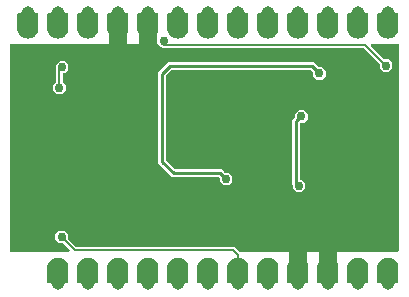
<source format=gbr>
G04 EAGLE Gerber RS-274X export*
G75*
%MOMM*%
%FSLAX34Y34*%
%LPD*%
%INBottom Copper*%
%IPPOS*%
%AMOC8*
5,1,8,0,0,1.08239X$1,22.5*%
G01*
%ADD10C,1.778000*%
%ADD11C,1.143000*%
%ADD12R,1.370000X2.330000*%
%ADD13C,0.756400*%
%ADD14C,1.500000*%
%ADD15C,1.000000*%
%ADD16C,0.508000*%
%ADD17C,0.254000*%
%ADD18C,0.152400*%

G36*
X60502Y26790D02*
X60502Y26790D01*
X60574Y26792D01*
X60622Y26810D01*
X60674Y26819D01*
X60737Y26852D01*
X60805Y26877D01*
X60845Y26909D01*
X60891Y26934D01*
X60941Y26986D01*
X60997Y27030D01*
X61025Y27074D01*
X61061Y27112D01*
X61091Y27177D01*
X61130Y27237D01*
X61142Y27288D01*
X61164Y27335D01*
X61172Y27406D01*
X61190Y27476D01*
X61186Y27528D01*
X61191Y27579D01*
X61176Y27650D01*
X61170Y27721D01*
X61150Y27769D01*
X61139Y27820D01*
X61102Y27881D01*
X61074Y27947D01*
X61029Y28003D01*
X61013Y28031D01*
X60995Y28046D01*
X60969Y28078D01*
X55577Y33470D01*
X55503Y33523D01*
X55434Y33583D01*
X55404Y33595D01*
X55378Y33614D01*
X55291Y33641D01*
X55206Y33675D01*
X55165Y33679D01*
X55143Y33686D01*
X55110Y33685D01*
X55039Y33693D01*
X51802Y33693D01*
X48693Y36802D01*
X48693Y41198D01*
X51802Y44307D01*
X56198Y44307D01*
X59307Y41198D01*
X59307Y37961D01*
X59321Y37871D01*
X59329Y37780D01*
X59341Y37750D01*
X59346Y37718D01*
X59389Y37638D01*
X59425Y37554D01*
X59451Y37522D01*
X59462Y37501D01*
X59485Y37479D01*
X59530Y37423D01*
X66111Y30842D01*
X66185Y30789D01*
X66254Y30729D01*
X66284Y30717D01*
X66310Y30698D01*
X66397Y30671D01*
X66482Y30637D01*
X66523Y30633D01*
X66545Y30626D01*
X66578Y30627D01*
X66649Y30619D01*
X200334Y30619D01*
X203951Y27002D01*
X204025Y26949D01*
X204094Y26889D01*
X204124Y26877D01*
X204150Y26858D01*
X204237Y26831D01*
X204322Y26797D01*
X204363Y26793D01*
X204385Y26786D01*
X204418Y26787D01*
X204489Y26779D01*
X339028Y26779D01*
X339048Y26782D01*
X339067Y26780D01*
X339169Y26802D01*
X339271Y26819D01*
X339288Y26828D01*
X339308Y26832D01*
X339397Y26885D01*
X339488Y26934D01*
X339502Y26948D01*
X339519Y26958D01*
X339586Y27037D01*
X339658Y27112D01*
X339666Y27130D01*
X339679Y27145D01*
X339718Y27241D01*
X339761Y27335D01*
X339763Y27355D01*
X339771Y27373D01*
X339789Y27540D01*
X339789Y201460D01*
X339786Y201480D01*
X339788Y201499D01*
X339766Y201601D01*
X339750Y201703D01*
X339740Y201720D01*
X339736Y201740D01*
X339683Y201829D01*
X339634Y201920D01*
X339620Y201934D01*
X339610Y201951D01*
X339531Y202018D01*
X339456Y202090D01*
X339438Y202098D01*
X339423Y202111D01*
X339327Y202150D01*
X339233Y202193D01*
X339213Y202195D01*
X339195Y202203D01*
X339028Y202221D01*
X316649Y202221D01*
X316578Y202210D01*
X316506Y202208D01*
X316457Y202190D01*
X316406Y202182D01*
X316343Y202148D01*
X316275Y202123D01*
X316235Y202091D01*
X316189Y202066D01*
X316139Y202015D01*
X316083Y201970D01*
X316055Y201926D01*
X316019Y201888D01*
X315989Y201823D01*
X315950Y201763D01*
X315938Y201712D01*
X315916Y201665D01*
X315908Y201594D01*
X315890Y201524D01*
X315894Y201472D01*
X315889Y201421D01*
X315904Y201350D01*
X315910Y201279D01*
X315930Y201231D01*
X315941Y201180D01*
X315978Y201119D01*
X316006Y201053D01*
X316051Y200997D01*
X316067Y200969D01*
X316085Y200954D01*
X316111Y200922D01*
X327353Y189680D01*
X327427Y189627D01*
X327496Y189567D01*
X327526Y189555D01*
X327552Y189536D01*
X327639Y189509D01*
X327724Y189475D01*
X327765Y189471D01*
X327787Y189464D01*
X327820Y189465D01*
X327891Y189457D01*
X331128Y189457D01*
X334237Y186348D01*
X334237Y181952D01*
X331128Y178843D01*
X326732Y178843D01*
X323623Y181952D01*
X323623Y185189D01*
X323609Y185279D01*
X323601Y185370D01*
X323589Y185400D01*
X323584Y185432D01*
X323541Y185512D01*
X323505Y185596D01*
X323479Y185628D01*
X323468Y185649D01*
X323445Y185671D01*
X323400Y185727D01*
X310215Y198912D01*
X310141Y198965D01*
X310072Y199025D01*
X310042Y199037D01*
X310016Y199056D01*
X309929Y199083D01*
X309844Y199117D01*
X309803Y199121D01*
X309781Y199128D01*
X309748Y199127D01*
X309677Y199135D01*
X139299Y199135D01*
X138737Y199697D01*
X138663Y199750D01*
X138594Y199810D01*
X138564Y199822D01*
X138538Y199841D01*
X138451Y199868D01*
X138366Y199902D01*
X138325Y199906D01*
X138303Y199913D01*
X138270Y199912D01*
X138266Y199913D01*
X136181Y201998D01*
X136107Y202051D01*
X136037Y202111D01*
X136007Y202123D01*
X135981Y202142D01*
X135894Y202169D01*
X135809Y202203D01*
X135768Y202207D01*
X135746Y202214D01*
X135714Y202213D01*
X135642Y202221D01*
X10968Y202221D01*
X10949Y202218D01*
X10929Y202220D01*
X10828Y202198D01*
X10726Y202182D01*
X10708Y202172D01*
X10689Y202168D01*
X10600Y202115D01*
X10508Y202066D01*
X10495Y202052D01*
X10478Y202042D01*
X10410Y201963D01*
X10339Y201888D01*
X10331Y201870D01*
X10318Y201855D01*
X10279Y201759D01*
X10235Y201665D01*
X10233Y201645D01*
X10226Y201627D01*
X10207Y201460D01*
X10172Y27540D01*
X10175Y27520D01*
X10173Y27501D01*
X10195Y27399D01*
X10212Y27297D01*
X10221Y27280D01*
X10225Y27260D01*
X10278Y27171D01*
X10327Y27080D01*
X10341Y27066D01*
X10351Y27049D01*
X10430Y26982D01*
X10505Y26911D01*
X10523Y26902D01*
X10538Y26889D01*
X10634Y26850D01*
X10728Y26807D01*
X10748Y26805D01*
X10766Y26797D01*
X10933Y26779D01*
X60431Y26779D01*
X60502Y26790D01*
G37*
%LPC*%
G36*
X191202Y82683D02*
X191202Y82683D01*
X188093Y85792D01*
X188093Y88311D01*
X188079Y88401D01*
X188071Y88492D01*
X188059Y88521D01*
X188054Y88553D01*
X188011Y88634D01*
X187975Y88718D01*
X187949Y88750D01*
X187938Y88771D01*
X187915Y88793D01*
X187870Y88849D01*
X187245Y89474D01*
X187171Y89528D01*
X187102Y89587D01*
X187071Y89599D01*
X187045Y89618D01*
X186958Y89645D01*
X186873Y89679D01*
X186832Y89683D01*
X186810Y89690D01*
X186778Y89689D01*
X186707Y89697D01*
X147632Y89697D01*
X145474Y91855D01*
X137855Y99474D01*
X135697Y101632D01*
X135697Y178428D01*
X144682Y187413D01*
X267098Y187413D01*
X269256Y185255D01*
X271411Y183100D01*
X271485Y183047D01*
X271554Y182987D01*
X271585Y182975D01*
X271611Y182956D01*
X271698Y182929D01*
X271783Y182895D01*
X271824Y182891D01*
X271846Y182884D01*
X271878Y182885D01*
X271949Y182877D01*
X274468Y182877D01*
X277577Y179768D01*
X277577Y175372D01*
X274468Y172263D01*
X270072Y172263D01*
X266963Y175372D01*
X266963Y177891D01*
X266949Y177981D01*
X266941Y178072D01*
X266929Y178101D01*
X266924Y178133D01*
X266881Y178214D01*
X266845Y178298D01*
X266819Y178330D01*
X266808Y178351D01*
X266785Y178373D01*
X266740Y178429D01*
X264585Y180584D01*
X264511Y180637D01*
X264442Y180697D01*
X264411Y180709D01*
X264385Y180728D01*
X264298Y180755D01*
X264213Y180789D01*
X264172Y180793D01*
X264150Y180800D01*
X264118Y180799D01*
X264047Y180807D01*
X147733Y180807D01*
X147643Y180793D01*
X147552Y180785D01*
X147523Y180773D01*
X147491Y180768D01*
X147410Y180725D01*
X147326Y180689D01*
X147294Y180663D01*
X147273Y180652D01*
X147251Y180629D01*
X147195Y180584D01*
X142526Y175915D01*
X142473Y175841D01*
X142413Y175772D01*
X142401Y175741D01*
X142382Y175715D01*
X142355Y175628D01*
X142321Y175543D01*
X142317Y175502D01*
X142310Y175480D01*
X142311Y175448D01*
X142303Y175377D01*
X142303Y104683D01*
X142317Y104593D01*
X142325Y104502D01*
X142337Y104473D01*
X142342Y104441D01*
X142385Y104360D01*
X142421Y104276D01*
X142447Y104244D01*
X142458Y104223D01*
X142481Y104201D01*
X142526Y104145D01*
X150145Y96526D01*
X150219Y96473D01*
X150288Y96413D01*
X150319Y96401D01*
X150345Y96382D01*
X150432Y96355D01*
X150517Y96321D01*
X150558Y96317D01*
X150580Y96310D01*
X150612Y96311D01*
X150683Y96303D01*
X189758Y96303D01*
X191915Y94145D01*
X191916Y94145D01*
X192541Y93520D01*
X192615Y93466D01*
X192684Y93407D01*
X192715Y93395D01*
X192741Y93376D01*
X192828Y93349D01*
X192913Y93315D01*
X192954Y93311D01*
X192976Y93304D01*
X193008Y93305D01*
X193079Y93297D01*
X195598Y93297D01*
X198707Y90188D01*
X198707Y85792D01*
X195598Y82683D01*
X191202Y82683D01*
G37*
%LPD*%
%LPC*%
G36*
X253072Y77073D02*
X253072Y77073D01*
X249963Y80182D01*
X249963Y82701D01*
X249949Y82791D01*
X249941Y82882D01*
X249929Y82911D01*
X249924Y82943D01*
X249881Y83024D01*
X249845Y83108D01*
X249819Y83140D01*
X249808Y83161D01*
X249785Y83183D01*
X249740Y83239D01*
X249303Y83676D01*
X249303Y138294D01*
X251470Y140461D01*
X251517Y140526D01*
X251528Y140538D01*
X251531Y140544D01*
X251583Y140604D01*
X251595Y140635D01*
X251614Y140661D01*
X251641Y140748D01*
X251675Y140833D01*
X251679Y140874D01*
X251686Y140896D01*
X251685Y140928D01*
X251693Y140999D01*
X251693Y143518D01*
X254802Y146627D01*
X259198Y146627D01*
X262307Y143518D01*
X262307Y139122D01*
X259198Y136013D01*
X256679Y136013D01*
X256589Y135999D01*
X256498Y135991D01*
X256469Y135979D01*
X256437Y135974D01*
X256396Y135952D01*
X256390Y135951D01*
X256366Y135936D01*
X256356Y135931D01*
X256272Y135895D01*
X256240Y135869D01*
X256219Y135858D01*
X256197Y135835D01*
X256179Y135824D01*
X256169Y135813D01*
X256141Y135790D01*
X256132Y135781D01*
X256088Y135721D01*
X256050Y135680D01*
X256043Y135666D01*
X256019Y135638D01*
X256007Y135607D01*
X255988Y135581D01*
X255961Y135494D01*
X255948Y135460D01*
X255946Y135457D01*
X255946Y135456D01*
X255927Y135409D01*
X255923Y135368D01*
X255916Y135346D01*
X255917Y135314D01*
X255909Y135243D01*
X255909Y88448D01*
X255912Y88428D01*
X255910Y88409D01*
X255932Y88307D01*
X255948Y88205D01*
X255958Y88188D01*
X255962Y88168D01*
X256015Y88079D01*
X256064Y87988D01*
X256078Y87974D01*
X256088Y87957D01*
X256167Y87890D01*
X256242Y87818D01*
X256260Y87810D01*
X256275Y87797D01*
X256371Y87758D01*
X256465Y87715D01*
X256485Y87713D01*
X256503Y87705D01*
X256670Y87687D01*
X257468Y87687D01*
X260577Y84578D01*
X260577Y80182D01*
X257468Y77073D01*
X253072Y77073D01*
G37*
%LPD*%
G36*
X160138Y16D02*
X160138Y16D01*
X160257Y23D01*
X160295Y36D01*
X160336Y41D01*
X160446Y84D01*
X160559Y121D01*
X160594Y143D01*
X160631Y158D01*
X160727Y228D01*
X160828Y291D01*
X160856Y321D01*
X160889Y344D01*
X160965Y436D01*
X161046Y523D01*
X161066Y558D01*
X161091Y589D01*
X161142Y697D01*
X161200Y801D01*
X161210Y841D01*
X161227Y877D01*
X161249Y994D01*
X161279Y1109D01*
X161283Y1170D01*
X161287Y1190D01*
X161285Y1210D01*
X161289Y1270D01*
X161289Y12700D01*
X161287Y12720D01*
X161283Y12824D01*
X161137Y14311D01*
X161127Y14354D01*
X161125Y14398D01*
X161088Y14555D01*
X160655Y15985D01*
X160637Y16025D01*
X160626Y16068D01*
X160559Y16214D01*
X159855Y17532D01*
X159830Y17568D01*
X159811Y17608D01*
X159717Y17739D01*
X158769Y18893D01*
X158737Y18924D01*
X158711Y18959D01*
X158593Y19069D01*
X157439Y20017D01*
X157401Y20041D01*
X157369Y20070D01*
X157232Y20155D01*
X155914Y20859D01*
X155873Y20875D01*
X155835Y20898D01*
X155685Y20955D01*
X154255Y21388D01*
X154211Y21396D01*
X154170Y21411D01*
X154011Y21437D01*
X152524Y21583D01*
X152480Y21582D01*
X152437Y21589D01*
X152276Y21583D01*
X150789Y21437D01*
X150746Y21427D01*
X150702Y21425D01*
X150545Y21388D01*
X149116Y20955D01*
X149075Y20937D01*
X149032Y20926D01*
X148886Y20859D01*
X147568Y20155D01*
X147565Y20153D01*
X147562Y20152D01*
X147531Y20129D01*
X147492Y20111D01*
X147361Y20017D01*
X146207Y19069D01*
X146176Y19037D01*
X146141Y19011D01*
X146031Y18893D01*
X145083Y17739D01*
X145059Y17701D01*
X145030Y17669D01*
X144945Y17532D01*
X144241Y16214D01*
X144225Y16173D01*
X144202Y16135D01*
X144145Y15985D01*
X143712Y14555D01*
X143704Y14511D01*
X143689Y14470D01*
X143663Y14311D01*
X143517Y12824D01*
X143517Y12805D01*
X143517Y12790D01*
X143513Y12774D01*
X143514Y12757D01*
X143511Y12700D01*
X143511Y1270D01*
X143526Y1152D01*
X143533Y1033D01*
X143546Y995D01*
X143551Y954D01*
X143594Y844D01*
X143631Y731D01*
X143653Y696D01*
X143668Y659D01*
X143738Y563D01*
X143801Y462D01*
X143831Y434D01*
X143854Y401D01*
X143946Y326D01*
X144033Y244D01*
X144068Y224D01*
X144099Y199D01*
X144207Y148D01*
X144311Y90D01*
X144351Y80D01*
X144387Y63D01*
X144504Y41D01*
X144619Y11D01*
X144680Y7D01*
X144700Y3D01*
X144720Y5D01*
X144780Y1D01*
X160020Y1D01*
X160138Y16D01*
G37*
G36*
X58538Y16D02*
X58538Y16D01*
X58657Y23D01*
X58695Y36D01*
X58736Y41D01*
X58846Y84D01*
X58959Y121D01*
X58994Y143D01*
X59031Y158D01*
X59127Y228D01*
X59228Y291D01*
X59256Y321D01*
X59289Y344D01*
X59365Y436D01*
X59446Y523D01*
X59466Y558D01*
X59491Y589D01*
X59542Y697D01*
X59600Y801D01*
X59610Y841D01*
X59627Y877D01*
X59649Y994D01*
X59679Y1109D01*
X59683Y1170D01*
X59687Y1190D01*
X59685Y1210D01*
X59689Y1270D01*
X59689Y12700D01*
X59687Y12720D01*
X59683Y12824D01*
X59537Y14311D01*
X59527Y14354D01*
X59525Y14398D01*
X59488Y14555D01*
X59055Y15985D01*
X59037Y16025D01*
X59026Y16068D01*
X58959Y16214D01*
X58255Y17532D01*
X58230Y17568D01*
X58211Y17608D01*
X58117Y17739D01*
X57169Y18893D01*
X57137Y18924D01*
X57111Y18959D01*
X56993Y19069D01*
X55839Y20017D01*
X55801Y20041D01*
X55769Y20070D01*
X55632Y20155D01*
X54314Y20859D01*
X54273Y20875D01*
X54235Y20898D01*
X54085Y20955D01*
X52655Y21388D01*
X52611Y21396D01*
X52570Y21411D01*
X52411Y21437D01*
X50924Y21583D01*
X50880Y21582D01*
X50837Y21589D01*
X50676Y21583D01*
X49189Y21437D01*
X49146Y21427D01*
X49102Y21425D01*
X48945Y21388D01*
X47516Y20955D01*
X47475Y20937D01*
X47432Y20926D01*
X47286Y20859D01*
X45968Y20155D01*
X45965Y20153D01*
X45962Y20152D01*
X45931Y20129D01*
X45892Y20111D01*
X45761Y20017D01*
X44607Y19069D01*
X44576Y19037D01*
X44541Y19011D01*
X44431Y18893D01*
X43483Y17739D01*
X43459Y17701D01*
X43430Y17669D01*
X43345Y17532D01*
X42641Y16214D01*
X42625Y16173D01*
X42602Y16135D01*
X42545Y15985D01*
X42112Y14555D01*
X42104Y14511D01*
X42089Y14470D01*
X42063Y14311D01*
X41917Y12824D01*
X41917Y12805D01*
X41917Y12790D01*
X41913Y12774D01*
X41914Y12757D01*
X41911Y12700D01*
X41911Y1270D01*
X41926Y1152D01*
X41933Y1033D01*
X41946Y995D01*
X41951Y954D01*
X41994Y844D01*
X42031Y731D01*
X42053Y696D01*
X42068Y659D01*
X42138Y563D01*
X42201Y462D01*
X42231Y434D01*
X42254Y401D01*
X42346Y326D01*
X42433Y244D01*
X42468Y224D01*
X42499Y199D01*
X42607Y148D01*
X42711Y90D01*
X42751Y80D01*
X42787Y63D01*
X42904Y41D01*
X43019Y11D01*
X43080Y7D01*
X43100Y3D01*
X43120Y5D01*
X43180Y1D01*
X58420Y1D01*
X58538Y16D01*
G37*
G36*
X83938Y16D02*
X83938Y16D01*
X84057Y23D01*
X84095Y36D01*
X84136Y41D01*
X84246Y84D01*
X84359Y121D01*
X84394Y143D01*
X84431Y158D01*
X84527Y228D01*
X84628Y291D01*
X84656Y321D01*
X84689Y344D01*
X84765Y436D01*
X84846Y523D01*
X84866Y558D01*
X84891Y589D01*
X84942Y697D01*
X85000Y801D01*
X85010Y841D01*
X85027Y877D01*
X85049Y994D01*
X85079Y1109D01*
X85083Y1170D01*
X85087Y1190D01*
X85085Y1210D01*
X85089Y1270D01*
X85089Y12700D01*
X85087Y12720D01*
X85083Y12824D01*
X84937Y14311D01*
X84927Y14354D01*
X84925Y14398D01*
X84888Y14555D01*
X84455Y15985D01*
X84437Y16025D01*
X84426Y16068D01*
X84359Y16214D01*
X83655Y17532D01*
X83630Y17568D01*
X83611Y17608D01*
X83517Y17739D01*
X82569Y18893D01*
X82537Y18924D01*
X82511Y18959D01*
X82393Y19069D01*
X81239Y20017D01*
X81201Y20041D01*
X81169Y20070D01*
X81032Y20155D01*
X79714Y20859D01*
X79673Y20875D01*
X79635Y20898D01*
X79485Y20955D01*
X78055Y21388D01*
X78011Y21396D01*
X77970Y21411D01*
X77811Y21437D01*
X76324Y21583D01*
X76280Y21582D01*
X76237Y21589D01*
X76076Y21583D01*
X74589Y21437D01*
X74546Y21427D01*
X74502Y21425D01*
X74345Y21388D01*
X72916Y20955D01*
X72875Y20937D01*
X72832Y20926D01*
X72686Y20859D01*
X71368Y20155D01*
X71365Y20153D01*
X71362Y20152D01*
X71331Y20129D01*
X71292Y20111D01*
X71161Y20017D01*
X70007Y19069D01*
X69976Y19037D01*
X69941Y19011D01*
X69831Y18893D01*
X68883Y17739D01*
X68859Y17701D01*
X68830Y17669D01*
X68745Y17532D01*
X68041Y16214D01*
X68025Y16173D01*
X68002Y16135D01*
X67945Y15985D01*
X67512Y14555D01*
X67504Y14511D01*
X67489Y14470D01*
X67463Y14311D01*
X67317Y12824D01*
X67317Y12805D01*
X67317Y12790D01*
X67313Y12774D01*
X67314Y12757D01*
X67311Y12700D01*
X67311Y1270D01*
X67326Y1152D01*
X67333Y1033D01*
X67346Y995D01*
X67351Y954D01*
X67394Y844D01*
X67431Y731D01*
X67453Y696D01*
X67468Y659D01*
X67538Y563D01*
X67601Y462D01*
X67631Y434D01*
X67654Y401D01*
X67746Y326D01*
X67833Y244D01*
X67868Y224D01*
X67899Y199D01*
X68007Y148D01*
X68111Y90D01*
X68151Y80D01*
X68187Y63D01*
X68304Y41D01*
X68419Y11D01*
X68480Y7D01*
X68500Y3D01*
X68520Y5D01*
X68580Y1D01*
X83820Y1D01*
X83938Y16D01*
G37*
G36*
X210938Y16D02*
X210938Y16D01*
X211057Y23D01*
X211095Y36D01*
X211136Y41D01*
X211246Y84D01*
X211359Y121D01*
X211394Y143D01*
X211431Y158D01*
X211527Y228D01*
X211628Y291D01*
X211656Y321D01*
X211689Y344D01*
X211765Y436D01*
X211846Y523D01*
X211866Y558D01*
X211891Y589D01*
X211942Y697D01*
X212000Y801D01*
X212010Y841D01*
X212027Y877D01*
X212049Y994D01*
X212079Y1109D01*
X212083Y1170D01*
X212087Y1190D01*
X212085Y1210D01*
X212089Y1270D01*
X212089Y12700D01*
X212087Y12720D01*
X212083Y12824D01*
X211937Y14311D01*
X211927Y14354D01*
X211925Y14398D01*
X211888Y14555D01*
X211455Y15985D01*
X211437Y16025D01*
X211426Y16068D01*
X211359Y16214D01*
X210655Y17532D01*
X210630Y17568D01*
X210611Y17608D01*
X210517Y17739D01*
X209569Y18893D01*
X209537Y18924D01*
X209511Y18959D01*
X209393Y19069D01*
X208239Y20017D01*
X208201Y20041D01*
X208169Y20070D01*
X208032Y20155D01*
X206714Y20859D01*
X206673Y20875D01*
X206635Y20898D01*
X206485Y20955D01*
X205055Y21388D01*
X205011Y21396D01*
X204970Y21411D01*
X204811Y21437D01*
X203324Y21583D01*
X203280Y21582D01*
X203237Y21589D01*
X203076Y21583D01*
X201589Y21437D01*
X201546Y21427D01*
X201502Y21425D01*
X201345Y21388D01*
X199916Y20955D01*
X199875Y20937D01*
X199832Y20926D01*
X199686Y20859D01*
X198368Y20155D01*
X198365Y20153D01*
X198362Y20152D01*
X198331Y20129D01*
X198292Y20111D01*
X198161Y20017D01*
X197007Y19069D01*
X196976Y19037D01*
X196941Y19011D01*
X196831Y18893D01*
X195883Y17739D01*
X195859Y17701D01*
X195830Y17669D01*
X195745Y17532D01*
X195041Y16214D01*
X195025Y16173D01*
X195002Y16135D01*
X194945Y15985D01*
X194512Y14555D01*
X194504Y14511D01*
X194489Y14470D01*
X194463Y14311D01*
X194317Y12824D01*
X194317Y12805D01*
X194317Y12790D01*
X194313Y12774D01*
X194314Y12757D01*
X194311Y12700D01*
X194311Y1270D01*
X194326Y1152D01*
X194333Y1033D01*
X194346Y995D01*
X194351Y954D01*
X194394Y844D01*
X194431Y731D01*
X194453Y696D01*
X194468Y659D01*
X194538Y563D01*
X194601Y462D01*
X194631Y434D01*
X194654Y401D01*
X194746Y326D01*
X194833Y244D01*
X194868Y224D01*
X194899Y199D01*
X195007Y148D01*
X195111Y90D01*
X195151Y80D01*
X195187Y63D01*
X195304Y41D01*
X195419Y11D01*
X195480Y7D01*
X195500Y3D01*
X195520Y5D01*
X195580Y1D01*
X210820Y1D01*
X210938Y16D01*
G37*
G36*
X287138Y16D02*
X287138Y16D01*
X287257Y23D01*
X287295Y36D01*
X287336Y41D01*
X287446Y84D01*
X287559Y121D01*
X287594Y143D01*
X287631Y158D01*
X287727Y228D01*
X287828Y291D01*
X287856Y321D01*
X287889Y344D01*
X287965Y436D01*
X288046Y523D01*
X288066Y558D01*
X288091Y589D01*
X288142Y697D01*
X288200Y801D01*
X288210Y841D01*
X288227Y877D01*
X288249Y994D01*
X288279Y1109D01*
X288283Y1170D01*
X288287Y1190D01*
X288285Y1210D01*
X288289Y1270D01*
X288289Y12700D01*
X288287Y12720D01*
X288283Y12824D01*
X288137Y14311D01*
X288127Y14354D01*
X288125Y14398D01*
X288088Y14555D01*
X287655Y15985D01*
X287637Y16025D01*
X287626Y16068D01*
X287559Y16214D01*
X286855Y17532D01*
X286830Y17568D01*
X286811Y17608D01*
X286717Y17739D01*
X285769Y18893D01*
X285737Y18924D01*
X285711Y18959D01*
X285593Y19069D01*
X284439Y20017D01*
X284401Y20041D01*
X284369Y20070D01*
X284232Y20155D01*
X282914Y20859D01*
X282873Y20875D01*
X282835Y20898D01*
X282685Y20955D01*
X281255Y21388D01*
X281211Y21396D01*
X281170Y21411D01*
X281011Y21437D01*
X279524Y21583D01*
X279480Y21582D01*
X279437Y21589D01*
X279276Y21583D01*
X277789Y21437D01*
X277746Y21427D01*
X277702Y21425D01*
X277545Y21388D01*
X276116Y20955D01*
X276075Y20937D01*
X276032Y20926D01*
X275886Y20859D01*
X274568Y20155D01*
X274565Y20153D01*
X274562Y20152D01*
X274531Y20129D01*
X274492Y20111D01*
X274361Y20017D01*
X273207Y19069D01*
X273176Y19037D01*
X273141Y19011D01*
X273031Y18893D01*
X272083Y17739D01*
X272059Y17701D01*
X272030Y17669D01*
X271945Y17532D01*
X271241Y16214D01*
X271225Y16173D01*
X271202Y16135D01*
X271145Y15985D01*
X270712Y14555D01*
X270704Y14511D01*
X270689Y14470D01*
X270663Y14311D01*
X270517Y12824D01*
X270517Y12805D01*
X270517Y12790D01*
X270513Y12774D01*
X270514Y12757D01*
X270511Y12700D01*
X270511Y1270D01*
X270526Y1152D01*
X270533Y1033D01*
X270546Y995D01*
X270551Y954D01*
X270594Y844D01*
X270631Y731D01*
X270653Y696D01*
X270668Y659D01*
X270738Y563D01*
X270801Y462D01*
X270831Y434D01*
X270854Y401D01*
X270946Y326D01*
X271033Y244D01*
X271068Y224D01*
X271099Y199D01*
X271207Y148D01*
X271311Y90D01*
X271351Y80D01*
X271387Y63D01*
X271504Y41D01*
X271619Y11D01*
X271680Y7D01*
X271700Y3D01*
X271720Y5D01*
X271780Y1D01*
X287020Y1D01*
X287138Y16D01*
G37*
G36*
X109338Y16D02*
X109338Y16D01*
X109457Y23D01*
X109495Y36D01*
X109536Y41D01*
X109646Y84D01*
X109759Y121D01*
X109794Y143D01*
X109831Y158D01*
X109927Y228D01*
X110028Y291D01*
X110056Y321D01*
X110089Y344D01*
X110165Y436D01*
X110246Y523D01*
X110266Y558D01*
X110291Y589D01*
X110342Y697D01*
X110400Y801D01*
X110410Y841D01*
X110427Y877D01*
X110449Y994D01*
X110479Y1109D01*
X110483Y1170D01*
X110487Y1190D01*
X110485Y1210D01*
X110489Y1270D01*
X110489Y12700D01*
X110487Y12720D01*
X110483Y12824D01*
X110337Y14311D01*
X110327Y14354D01*
X110325Y14398D01*
X110288Y14555D01*
X109855Y15985D01*
X109837Y16025D01*
X109826Y16068D01*
X109759Y16214D01*
X109055Y17532D01*
X109030Y17568D01*
X109011Y17608D01*
X108917Y17739D01*
X107969Y18893D01*
X107937Y18924D01*
X107911Y18959D01*
X107793Y19069D01*
X106639Y20017D01*
X106601Y20041D01*
X106569Y20070D01*
X106432Y20155D01*
X105114Y20859D01*
X105073Y20875D01*
X105035Y20898D01*
X104885Y20955D01*
X103455Y21388D01*
X103411Y21396D01*
X103370Y21411D01*
X103211Y21437D01*
X101724Y21583D01*
X101680Y21582D01*
X101637Y21589D01*
X101476Y21583D01*
X99989Y21437D01*
X99946Y21427D01*
X99902Y21425D01*
X99745Y21388D01*
X98316Y20955D01*
X98275Y20937D01*
X98232Y20926D01*
X98086Y20859D01*
X96768Y20155D01*
X96765Y20153D01*
X96762Y20152D01*
X96731Y20129D01*
X96692Y20111D01*
X96561Y20017D01*
X95407Y19069D01*
X95376Y19037D01*
X95341Y19011D01*
X95231Y18893D01*
X94283Y17739D01*
X94259Y17701D01*
X94230Y17669D01*
X94145Y17532D01*
X93441Y16214D01*
X93425Y16173D01*
X93402Y16135D01*
X93345Y15985D01*
X92912Y14555D01*
X92904Y14511D01*
X92889Y14470D01*
X92863Y14311D01*
X92717Y12824D01*
X92717Y12805D01*
X92717Y12790D01*
X92713Y12774D01*
X92714Y12757D01*
X92711Y12700D01*
X92711Y1270D01*
X92726Y1152D01*
X92733Y1033D01*
X92746Y995D01*
X92751Y954D01*
X92794Y844D01*
X92831Y731D01*
X92853Y696D01*
X92868Y659D01*
X92938Y563D01*
X93001Y462D01*
X93031Y434D01*
X93054Y401D01*
X93146Y326D01*
X93233Y244D01*
X93268Y224D01*
X93299Y199D01*
X93407Y148D01*
X93511Y90D01*
X93551Y80D01*
X93587Y63D01*
X93704Y41D01*
X93819Y11D01*
X93880Y7D01*
X93900Y3D01*
X93920Y5D01*
X93980Y1D01*
X109220Y1D01*
X109338Y16D01*
G37*
G36*
X337938Y16D02*
X337938Y16D01*
X338057Y23D01*
X338095Y36D01*
X338136Y41D01*
X338246Y84D01*
X338359Y121D01*
X338394Y143D01*
X338431Y158D01*
X338527Y228D01*
X338628Y291D01*
X338656Y321D01*
X338689Y344D01*
X338765Y436D01*
X338846Y523D01*
X338866Y558D01*
X338891Y589D01*
X338942Y697D01*
X339000Y801D01*
X339010Y841D01*
X339027Y877D01*
X339049Y994D01*
X339079Y1109D01*
X339083Y1170D01*
X339087Y1190D01*
X339085Y1210D01*
X339089Y1270D01*
X339089Y12700D01*
X339087Y12720D01*
X339083Y12824D01*
X338937Y14311D01*
X338927Y14354D01*
X338925Y14398D01*
X338888Y14555D01*
X338455Y15985D01*
X338437Y16025D01*
X338426Y16068D01*
X338359Y16214D01*
X337655Y17532D01*
X337630Y17568D01*
X337611Y17608D01*
X337517Y17739D01*
X336569Y18893D01*
X336537Y18924D01*
X336511Y18959D01*
X336393Y19069D01*
X335239Y20017D01*
X335201Y20041D01*
X335169Y20070D01*
X335032Y20155D01*
X333714Y20859D01*
X333673Y20875D01*
X333635Y20898D01*
X333485Y20955D01*
X332055Y21388D01*
X332011Y21396D01*
X331970Y21411D01*
X331811Y21437D01*
X330324Y21583D01*
X330280Y21582D01*
X330237Y21589D01*
X330076Y21583D01*
X328589Y21437D01*
X328546Y21427D01*
X328502Y21425D01*
X328345Y21388D01*
X326916Y20955D01*
X326875Y20937D01*
X326832Y20926D01*
X326686Y20859D01*
X325368Y20155D01*
X325365Y20153D01*
X325362Y20152D01*
X325331Y20129D01*
X325292Y20111D01*
X325161Y20017D01*
X324007Y19069D01*
X323976Y19037D01*
X323941Y19011D01*
X323831Y18893D01*
X322883Y17739D01*
X322859Y17701D01*
X322830Y17669D01*
X322745Y17532D01*
X322041Y16214D01*
X322025Y16173D01*
X322002Y16135D01*
X321945Y15985D01*
X321512Y14555D01*
X321504Y14511D01*
X321489Y14470D01*
X321463Y14311D01*
X321317Y12824D01*
X321317Y12805D01*
X321317Y12790D01*
X321313Y12774D01*
X321314Y12757D01*
X321311Y12700D01*
X321311Y1270D01*
X321326Y1152D01*
X321333Y1033D01*
X321346Y995D01*
X321351Y954D01*
X321394Y844D01*
X321431Y731D01*
X321453Y696D01*
X321468Y659D01*
X321538Y563D01*
X321601Y462D01*
X321631Y434D01*
X321654Y401D01*
X321746Y326D01*
X321833Y244D01*
X321868Y224D01*
X321899Y199D01*
X322007Y148D01*
X322111Y90D01*
X322151Y80D01*
X322187Y63D01*
X322304Y41D01*
X322419Y11D01*
X322480Y7D01*
X322500Y3D01*
X322520Y5D01*
X322580Y1D01*
X337820Y1D01*
X337938Y16D01*
G37*
G36*
X312538Y16D02*
X312538Y16D01*
X312657Y23D01*
X312695Y36D01*
X312736Y41D01*
X312846Y84D01*
X312959Y121D01*
X312994Y143D01*
X313031Y158D01*
X313127Y228D01*
X313228Y291D01*
X313256Y321D01*
X313289Y344D01*
X313365Y436D01*
X313446Y523D01*
X313466Y558D01*
X313491Y589D01*
X313542Y697D01*
X313600Y801D01*
X313610Y841D01*
X313627Y877D01*
X313649Y994D01*
X313679Y1109D01*
X313683Y1170D01*
X313687Y1190D01*
X313685Y1210D01*
X313689Y1270D01*
X313689Y12700D01*
X313687Y12720D01*
X313683Y12824D01*
X313537Y14311D01*
X313527Y14354D01*
X313525Y14398D01*
X313488Y14555D01*
X313055Y15985D01*
X313037Y16025D01*
X313026Y16068D01*
X312959Y16214D01*
X312255Y17532D01*
X312230Y17568D01*
X312211Y17608D01*
X312117Y17739D01*
X311169Y18893D01*
X311137Y18924D01*
X311111Y18959D01*
X310993Y19069D01*
X309839Y20017D01*
X309801Y20041D01*
X309769Y20070D01*
X309632Y20155D01*
X308314Y20859D01*
X308273Y20875D01*
X308235Y20898D01*
X308085Y20955D01*
X306655Y21388D01*
X306611Y21396D01*
X306570Y21411D01*
X306411Y21437D01*
X304924Y21583D01*
X304880Y21582D01*
X304837Y21589D01*
X304676Y21583D01*
X303189Y21437D01*
X303146Y21427D01*
X303102Y21425D01*
X302945Y21388D01*
X301516Y20955D01*
X301475Y20937D01*
X301432Y20926D01*
X301286Y20859D01*
X299968Y20155D01*
X299965Y20153D01*
X299962Y20152D01*
X299931Y20129D01*
X299892Y20111D01*
X299761Y20017D01*
X298607Y19069D01*
X298576Y19037D01*
X298541Y19011D01*
X298431Y18893D01*
X297483Y17739D01*
X297459Y17701D01*
X297430Y17669D01*
X297345Y17532D01*
X296641Y16214D01*
X296625Y16173D01*
X296602Y16135D01*
X296545Y15985D01*
X296112Y14555D01*
X296104Y14511D01*
X296089Y14470D01*
X296063Y14311D01*
X295917Y12824D01*
X295917Y12805D01*
X295917Y12790D01*
X295913Y12774D01*
X295914Y12757D01*
X295911Y12700D01*
X295911Y1270D01*
X295926Y1152D01*
X295933Y1033D01*
X295946Y995D01*
X295951Y954D01*
X295994Y844D01*
X296031Y731D01*
X296053Y696D01*
X296068Y659D01*
X296138Y563D01*
X296201Y462D01*
X296231Y434D01*
X296254Y401D01*
X296346Y326D01*
X296433Y244D01*
X296468Y224D01*
X296499Y199D01*
X296607Y148D01*
X296711Y90D01*
X296751Y80D01*
X296787Y63D01*
X296904Y41D01*
X297019Y11D01*
X297080Y7D01*
X297100Y3D01*
X297120Y5D01*
X297180Y1D01*
X312420Y1D01*
X312538Y16D01*
G37*
G36*
X261738Y16D02*
X261738Y16D01*
X261857Y23D01*
X261895Y36D01*
X261936Y41D01*
X262046Y84D01*
X262159Y121D01*
X262194Y143D01*
X262231Y158D01*
X262327Y228D01*
X262428Y291D01*
X262456Y321D01*
X262489Y344D01*
X262565Y436D01*
X262646Y523D01*
X262666Y558D01*
X262691Y589D01*
X262742Y697D01*
X262800Y801D01*
X262810Y841D01*
X262827Y877D01*
X262849Y994D01*
X262879Y1109D01*
X262883Y1170D01*
X262887Y1190D01*
X262885Y1210D01*
X262889Y1270D01*
X262889Y12700D01*
X262887Y12720D01*
X262883Y12824D01*
X262737Y14311D01*
X262727Y14354D01*
X262725Y14398D01*
X262688Y14555D01*
X262255Y15985D01*
X262237Y16025D01*
X262226Y16068D01*
X262159Y16214D01*
X261455Y17532D01*
X261430Y17568D01*
X261411Y17608D01*
X261317Y17739D01*
X260369Y18893D01*
X260337Y18924D01*
X260311Y18959D01*
X260193Y19069D01*
X259039Y20017D01*
X259001Y20041D01*
X258969Y20070D01*
X258832Y20155D01*
X257514Y20859D01*
X257473Y20875D01*
X257435Y20898D01*
X257285Y20955D01*
X255855Y21388D01*
X255811Y21396D01*
X255770Y21411D01*
X255611Y21437D01*
X254124Y21583D01*
X254080Y21582D01*
X254037Y21589D01*
X253876Y21583D01*
X252389Y21437D01*
X252346Y21427D01*
X252302Y21425D01*
X252145Y21388D01*
X250716Y20955D01*
X250675Y20937D01*
X250632Y20926D01*
X250486Y20859D01*
X249168Y20155D01*
X249165Y20153D01*
X249162Y20152D01*
X249131Y20129D01*
X249092Y20111D01*
X248961Y20017D01*
X247807Y19069D01*
X247776Y19037D01*
X247741Y19011D01*
X247631Y18893D01*
X246683Y17739D01*
X246659Y17701D01*
X246630Y17669D01*
X246545Y17532D01*
X245841Y16214D01*
X245825Y16173D01*
X245802Y16135D01*
X245745Y15985D01*
X245312Y14555D01*
X245304Y14511D01*
X245289Y14470D01*
X245263Y14311D01*
X245117Y12824D01*
X245117Y12805D01*
X245117Y12790D01*
X245113Y12774D01*
X245114Y12757D01*
X245111Y12700D01*
X245111Y1270D01*
X245126Y1152D01*
X245133Y1033D01*
X245146Y995D01*
X245151Y954D01*
X245194Y844D01*
X245231Y731D01*
X245253Y696D01*
X245268Y659D01*
X245338Y563D01*
X245401Y462D01*
X245431Y434D01*
X245454Y401D01*
X245546Y326D01*
X245633Y244D01*
X245668Y224D01*
X245699Y199D01*
X245807Y148D01*
X245911Y90D01*
X245951Y80D01*
X245987Y63D01*
X246104Y41D01*
X246219Y11D01*
X246280Y7D01*
X246300Y3D01*
X246320Y5D01*
X246380Y1D01*
X261620Y1D01*
X261738Y16D01*
G37*
G36*
X236338Y16D02*
X236338Y16D01*
X236457Y23D01*
X236495Y36D01*
X236536Y41D01*
X236646Y84D01*
X236759Y121D01*
X236794Y143D01*
X236831Y158D01*
X236927Y228D01*
X237028Y291D01*
X237056Y321D01*
X237089Y344D01*
X237165Y436D01*
X237246Y523D01*
X237266Y558D01*
X237291Y589D01*
X237342Y697D01*
X237400Y801D01*
X237410Y841D01*
X237427Y877D01*
X237449Y994D01*
X237479Y1109D01*
X237483Y1170D01*
X237487Y1190D01*
X237485Y1210D01*
X237489Y1270D01*
X237489Y12700D01*
X237487Y12720D01*
X237483Y12824D01*
X237337Y14311D01*
X237327Y14354D01*
X237325Y14398D01*
X237288Y14555D01*
X236855Y15985D01*
X236837Y16025D01*
X236826Y16068D01*
X236759Y16214D01*
X236055Y17532D01*
X236030Y17568D01*
X236011Y17608D01*
X235917Y17739D01*
X234969Y18893D01*
X234937Y18924D01*
X234911Y18959D01*
X234793Y19069D01*
X233639Y20017D01*
X233601Y20041D01*
X233569Y20070D01*
X233432Y20155D01*
X232114Y20859D01*
X232073Y20875D01*
X232035Y20898D01*
X231885Y20955D01*
X230455Y21388D01*
X230411Y21396D01*
X230370Y21411D01*
X230211Y21437D01*
X228724Y21583D01*
X228680Y21582D01*
X228637Y21589D01*
X228476Y21583D01*
X226989Y21437D01*
X226946Y21427D01*
X226902Y21425D01*
X226745Y21388D01*
X225316Y20955D01*
X225275Y20937D01*
X225232Y20926D01*
X225086Y20859D01*
X223768Y20155D01*
X223765Y20153D01*
X223762Y20152D01*
X223731Y20129D01*
X223692Y20111D01*
X223561Y20017D01*
X222407Y19069D01*
X222376Y19037D01*
X222341Y19011D01*
X222231Y18893D01*
X221283Y17739D01*
X221259Y17701D01*
X221230Y17669D01*
X221145Y17532D01*
X220441Y16214D01*
X220425Y16173D01*
X220402Y16135D01*
X220345Y15985D01*
X219912Y14555D01*
X219904Y14511D01*
X219889Y14470D01*
X219863Y14311D01*
X219717Y12824D01*
X219717Y12805D01*
X219717Y12790D01*
X219713Y12774D01*
X219714Y12757D01*
X219711Y12700D01*
X219711Y1270D01*
X219726Y1152D01*
X219733Y1033D01*
X219746Y995D01*
X219751Y954D01*
X219794Y844D01*
X219831Y731D01*
X219853Y696D01*
X219868Y659D01*
X219938Y563D01*
X220001Y462D01*
X220031Y434D01*
X220054Y401D01*
X220146Y326D01*
X220233Y244D01*
X220268Y224D01*
X220299Y199D01*
X220407Y148D01*
X220511Y90D01*
X220551Y80D01*
X220587Y63D01*
X220704Y41D01*
X220819Y11D01*
X220880Y7D01*
X220900Y3D01*
X220920Y5D01*
X220980Y1D01*
X236220Y1D01*
X236338Y16D01*
G37*
G36*
X134738Y16D02*
X134738Y16D01*
X134857Y23D01*
X134895Y36D01*
X134936Y41D01*
X135046Y84D01*
X135159Y121D01*
X135194Y143D01*
X135231Y158D01*
X135327Y228D01*
X135428Y291D01*
X135456Y321D01*
X135489Y344D01*
X135565Y436D01*
X135646Y523D01*
X135666Y558D01*
X135691Y589D01*
X135742Y697D01*
X135800Y801D01*
X135810Y841D01*
X135827Y877D01*
X135849Y994D01*
X135879Y1109D01*
X135883Y1170D01*
X135887Y1190D01*
X135885Y1210D01*
X135889Y1270D01*
X135889Y12700D01*
X135887Y12720D01*
X135883Y12824D01*
X135737Y14311D01*
X135727Y14354D01*
X135725Y14398D01*
X135688Y14555D01*
X135255Y15985D01*
X135237Y16025D01*
X135226Y16068D01*
X135159Y16214D01*
X134455Y17532D01*
X134430Y17568D01*
X134411Y17608D01*
X134317Y17739D01*
X133369Y18893D01*
X133337Y18924D01*
X133311Y18959D01*
X133193Y19069D01*
X132039Y20017D01*
X132001Y20041D01*
X131969Y20070D01*
X131832Y20155D01*
X130514Y20859D01*
X130473Y20875D01*
X130435Y20898D01*
X130285Y20955D01*
X128855Y21388D01*
X128811Y21396D01*
X128770Y21411D01*
X128611Y21437D01*
X127124Y21583D01*
X127080Y21582D01*
X127037Y21589D01*
X126876Y21583D01*
X125389Y21437D01*
X125346Y21427D01*
X125302Y21425D01*
X125145Y21388D01*
X123716Y20955D01*
X123675Y20937D01*
X123632Y20926D01*
X123486Y20859D01*
X122168Y20155D01*
X122165Y20153D01*
X122162Y20152D01*
X122131Y20129D01*
X122092Y20111D01*
X121961Y20017D01*
X120807Y19069D01*
X120776Y19037D01*
X120741Y19011D01*
X120631Y18893D01*
X119683Y17739D01*
X119659Y17701D01*
X119630Y17669D01*
X119545Y17532D01*
X118841Y16214D01*
X118825Y16173D01*
X118802Y16135D01*
X118745Y15985D01*
X118312Y14555D01*
X118304Y14511D01*
X118289Y14470D01*
X118263Y14311D01*
X118117Y12824D01*
X118117Y12805D01*
X118117Y12790D01*
X118113Y12774D01*
X118114Y12757D01*
X118111Y12700D01*
X118111Y1270D01*
X118126Y1152D01*
X118133Y1033D01*
X118146Y995D01*
X118151Y954D01*
X118194Y844D01*
X118231Y731D01*
X118253Y696D01*
X118268Y659D01*
X118338Y563D01*
X118401Y462D01*
X118431Y434D01*
X118454Y401D01*
X118546Y326D01*
X118633Y244D01*
X118668Y224D01*
X118699Y199D01*
X118807Y148D01*
X118911Y90D01*
X118951Y80D01*
X118987Y63D01*
X119104Y41D01*
X119219Y11D01*
X119280Y7D01*
X119300Y3D01*
X119320Y5D01*
X119380Y1D01*
X134620Y1D01*
X134738Y16D01*
G37*
G36*
X185538Y16D02*
X185538Y16D01*
X185657Y23D01*
X185695Y36D01*
X185736Y41D01*
X185846Y84D01*
X185959Y121D01*
X185994Y143D01*
X186031Y158D01*
X186127Y228D01*
X186228Y291D01*
X186256Y321D01*
X186289Y344D01*
X186365Y436D01*
X186446Y523D01*
X186466Y558D01*
X186491Y589D01*
X186542Y697D01*
X186600Y801D01*
X186610Y841D01*
X186627Y877D01*
X186649Y994D01*
X186679Y1109D01*
X186683Y1170D01*
X186687Y1190D01*
X186685Y1210D01*
X186689Y1270D01*
X186689Y12700D01*
X186687Y12720D01*
X186683Y12824D01*
X186537Y14311D01*
X186527Y14354D01*
X186525Y14398D01*
X186488Y14555D01*
X186055Y15985D01*
X186037Y16025D01*
X186026Y16068D01*
X185959Y16214D01*
X185255Y17532D01*
X185230Y17568D01*
X185211Y17608D01*
X185117Y17739D01*
X184169Y18893D01*
X184137Y18924D01*
X184111Y18959D01*
X183993Y19069D01*
X182839Y20017D01*
X182801Y20041D01*
X182769Y20070D01*
X182632Y20155D01*
X181314Y20859D01*
X181273Y20875D01*
X181235Y20898D01*
X181085Y20955D01*
X179655Y21388D01*
X179611Y21396D01*
X179570Y21411D01*
X179411Y21437D01*
X177924Y21583D01*
X177880Y21582D01*
X177837Y21589D01*
X177676Y21583D01*
X176189Y21437D01*
X176146Y21427D01*
X176102Y21425D01*
X175945Y21388D01*
X174516Y20955D01*
X174475Y20937D01*
X174432Y20926D01*
X174286Y20859D01*
X172968Y20155D01*
X172965Y20153D01*
X172962Y20152D01*
X172931Y20129D01*
X172892Y20111D01*
X172761Y20017D01*
X171607Y19069D01*
X171576Y19037D01*
X171541Y19011D01*
X171431Y18893D01*
X170483Y17739D01*
X170459Y17701D01*
X170430Y17669D01*
X170345Y17532D01*
X169641Y16214D01*
X169625Y16173D01*
X169602Y16135D01*
X169545Y15985D01*
X169112Y14555D01*
X169104Y14511D01*
X169089Y14470D01*
X169063Y14311D01*
X168917Y12824D01*
X168917Y12805D01*
X168917Y12790D01*
X168913Y12774D01*
X168914Y12757D01*
X168911Y12700D01*
X168911Y1270D01*
X168926Y1152D01*
X168933Y1033D01*
X168946Y995D01*
X168951Y954D01*
X168994Y844D01*
X169031Y731D01*
X169053Y696D01*
X169068Y659D01*
X169138Y563D01*
X169201Y462D01*
X169231Y434D01*
X169254Y401D01*
X169346Y326D01*
X169433Y244D01*
X169468Y224D01*
X169499Y199D01*
X169607Y148D01*
X169711Y90D01*
X169751Y80D01*
X169787Y63D01*
X169904Y41D01*
X170019Y11D01*
X170080Y7D01*
X170100Y3D01*
X170120Y5D01*
X170180Y1D01*
X185420Y1D01*
X185538Y16D01*
G37*
G36*
X228724Y207017D02*
X228724Y207017D01*
X230211Y207163D01*
X230254Y207173D01*
X230298Y207175D01*
X230455Y207212D01*
X231885Y207645D01*
X231925Y207663D01*
X231968Y207674D01*
X232114Y207741D01*
X233432Y208445D01*
X233468Y208470D01*
X233508Y208489D01*
X233639Y208583D01*
X234793Y209531D01*
X234824Y209563D01*
X234859Y209589D01*
X234969Y209707D01*
X235917Y210861D01*
X235941Y210899D01*
X235970Y210931D01*
X236055Y211068D01*
X236759Y212386D01*
X236775Y212427D01*
X236798Y212465D01*
X236855Y212616D01*
X237288Y214045D01*
X237296Y214089D01*
X237311Y214130D01*
X237337Y214289D01*
X237483Y215776D01*
X237483Y215795D01*
X237483Y215796D01*
X237486Y215815D01*
X237485Y215834D01*
X237489Y215900D01*
X237489Y227330D01*
X237474Y227448D01*
X237467Y227567D01*
X237454Y227605D01*
X237449Y227646D01*
X237406Y227756D01*
X237369Y227869D01*
X237347Y227904D01*
X237332Y227941D01*
X237263Y228037D01*
X237199Y228138D01*
X237169Y228166D01*
X237146Y228199D01*
X237054Y228275D01*
X236967Y228356D01*
X236932Y228376D01*
X236901Y228401D01*
X236793Y228452D01*
X236689Y228510D01*
X236649Y228520D01*
X236613Y228537D01*
X236496Y228559D01*
X236381Y228589D01*
X236321Y228593D01*
X236301Y228597D01*
X236280Y228595D01*
X236220Y228599D01*
X220980Y228599D01*
X220862Y228584D01*
X220743Y228577D01*
X220705Y228564D01*
X220664Y228559D01*
X220554Y228516D01*
X220441Y228479D01*
X220406Y228457D01*
X220369Y228442D01*
X220273Y228373D01*
X220172Y228309D01*
X220144Y228279D01*
X220111Y228256D01*
X220036Y228164D01*
X219954Y228077D01*
X219934Y228042D01*
X219909Y228011D01*
X219858Y227903D01*
X219800Y227799D01*
X219790Y227759D01*
X219773Y227723D01*
X219751Y227606D01*
X219721Y227491D01*
X219717Y227431D01*
X219713Y227411D01*
X219714Y227402D01*
X219713Y227399D01*
X219714Y227385D01*
X219711Y227330D01*
X219711Y215900D01*
X219713Y215880D01*
X219717Y215776D01*
X219863Y214289D01*
X219873Y214246D01*
X219875Y214202D01*
X219912Y214045D01*
X220345Y212616D01*
X220363Y212575D01*
X220374Y212532D01*
X220441Y212386D01*
X221145Y211068D01*
X221170Y211032D01*
X221189Y210992D01*
X221283Y210861D01*
X222231Y209707D01*
X222263Y209676D01*
X222289Y209641D01*
X222407Y209531D01*
X223561Y208583D01*
X223599Y208559D01*
X223631Y208530D01*
X223768Y208445D01*
X225086Y207741D01*
X225127Y207725D01*
X225165Y207702D01*
X225316Y207645D01*
X226745Y207212D01*
X226789Y207204D01*
X226830Y207189D01*
X226989Y207163D01*
X228476Y207017D01*
X228520Y207018D01*
X228564Y207011D01*
X228724Y207017D01*
G37*
G36*
X177924Y207017D02*
X177924Y207017D01*
X179411Y207163D01*
X179454Y207173D01*
X179498Y207175D01*
X179655Y207212D01*
X181085Y207645D01*
X181125Y207663D01*
X181168Y207674D01*
X181314Y207741D01*
X182632Y208445D01*
X182668Y208470D01*
X182708Y208489D01*
X182839Y208583D01*
X183993Y209531D01*
X184024Y209563D01*
X184059Y209589D01*
X184169Y209707D01*
X185117Y210861D01*
X185141Y210899D01*
X185170Y210931D01*
X185255Y211068D01*
X185959Y212386D01*
X185975Y212427D01*
X185998Y212465D01*
X186055Y212616D01*
X186488Y214045D01*
X186496Y214089D01*
X186511Y214130D01*
X186537Y214289D01*
X186683Y215776D01*
X186683Y215795D01*
X186683Y215796D01*
X186686Y215815D01*
X186685Y215834D01*
X186689Y215900D01*
X186689Y227330D01*
X186674Y227448D01*
X186667Y227567D01*
X186654Y227605D01*
X186649Y227646D01*
X186606Y227756D01*
X186569Y227869D01*
X186547Y227904D01*
X186532Y227941D01*
X186463Y228037D01*
X186399Y228138D01*
X186369Y228166D01*
X186346Y228199D01*
X186254Y228275D01*
X186167Y228356D01*
X186132Y228376D01*
X186101Y228401D01*
X185993Y228452D01*
X185889Y228510D01*
X185849Y228520D01*
X185813Y228537D01*
X185696Y228559D01*
X185581Y228589D01*
X185521Y228593D01*
X185501Y228597D01*
X185480Y228595D01*
X185420Y228599D01*
X170180Y228599D01*
X170062Y228584D01*
X169943Y228577D01*
X169905Y228564D01*
X169864Y228559D01*
X169754Y228516D01*
X169641Y228479D01*
X169606Y228457D01*
X169569Y228442D01*
X169473Y228373D01*
X169372Y228309D01*
X169344Y228279D01*
X169311Y228256D01*
X169236Y228164D01*
X169154Y228077D01*
X169134Y228042D01*
X169109Y228011D01*
X169058Y227903D01*
X169000Y227799D01*
X168990Y227759D01*
X168973Y227723D01*
X168951Y227606D01*
X168921Y227491D01*
X168917Y227431D01*
X168913Y227411D01*
X168914Y227402D01*
X168913Y227399D01*
X168914Y227385D01*
X168911Y227330D01*
X168911Y215900D01*
X168913Y215880D01*
X168917Y215776D01*
X169063Y214289D01*
X169073Y214246D01*
X169075Y214202D01*
X169112Y214045D01*
X169545Y212616D01*
X169563Y212575D01*
X169574Y212532D01*
X169641Y212386D01*
X170345Y211068D01*
X170370Y211032D01*
X170389Y210992D01*
X170483Y210861D01*
X171431Y209707D01*
X171463Y209676D01*
X171489Y209641D01*
X171607Y209531D01*
X172761Y208583D01*
X172799Y208559D01*
X172831Y208530D01*
X172968Y208445D01*
X174286Y207741D01*
X174327Y207725D01*
X174365Y207702D01*
X174516Y207645D01*
X175945Y207212D01*
X175989Y207204D01*
X176030Y207189D01*
X176189Y207163D01*
X177676Y207017D01*
X177720Y207018D01*
X177764Y207011D01*
X177924Y207017D01*
G37*
G36*
X304924Y207017D02*
X304924Y207017D01*
X306411Y207163D01*
X306454Y207173D01*
X306498Y207175D01*
X306655Y207212D01*
X308085Y207645D01*
X308125Y207663D01*
X308168Y207674D01*
X308314Y207741D01*
X309632Y208445D01*
X309668Y208470D01*
X309708Y208489D01*
X309839Y208583D01*
X310993Y209531D01*
X311024Y209563D01*
X311059Y209589D01*
X311169Y209707D01*
X312117Y210861D01*
X312141Y210899D01*
X312170Y210931D01*
X312255Y211068D01*
X312959Y212386D01*
X312975Y212427D01*
X312998Y212465D01*
X313055Y212616D01*
X313488Y214045D01*
X313496Y214089D01*
X313511Y214130D01*
X313537Y214289D01*
X313683Y215776D01*
X313683Y215795D01*
X313683Y215796D01*
X313686Y215815D01*
X313685Y215834D01*
X313689Y215900D01*
X313689Y227330D01*
X313674Y227448D01*
X313667Y227567D01*
X313654Y227605D01*
X313649Y227646D01*
X313606Y227756D01*
X313569Y227869D01*
X313547Y227904D01*
X313532Y227941D01*
X313463Y228037D01*
X313399Y228138D01*
X313369Y228166D01*
X313346Y228199D01*
X313254Y228275D01*
X313167Y228356D01*
X313132Y228376D01*
X313101Y228401D01*
X312993Y228452D01*
X312889Y228510D01*
X312849Y228520D01*
X312813Y228537D01*
X312696Y228559D01*
X312581Y228589D01*
X312521Y228593D01*
X312501Y228597D01*
X312480Y228595D01*
X312420Y228599D01*
X297180Y228599D01*
X297062Y228584D01*
X296943Y228577D01*
X296905Y228564D01*
X296864Y228559D01*
X296754Y228516D01*
X296641Y228479D01*
X296606Y228457D01*
X296569Y228442D01*
X296473Y228373D01*
X296372Y228309D01*
X296344Y228279D01*
X296311Y228256D01*
X296236Y228164D01*
X296154Y228077D01*
X296134Y228042D01*
X296109Y228011D01*
X296058Y227903D01*
X296000Y227799D01*
X295990Y227759D01*
X295973Y227723D01*
X295951Y227606D01*
X295921Y227491D01*
X295917Y227431D01*
X295913Y227411D01*
X295914Y227402D01*
X295913Y227399D01*
X295914Y227385D01*
X295911Y227330D01*
X295911Y215900D01*
X295913Y215880D01*
X295917Y215776D01*
X296063Y214289D01*
X296073Y214246D01*
X296075Y214202D01*
X296112Y214045D01*
X296545Y212616D01*
X296563Y212575D01*
X296574Y212532D01*
X296641Y212386D01*
X297345Y211068D01*
X297370Y211032D01*
X297389Y210992D01*
X297483Y210861D01*
X298431Y209707D01*
X298463Y209676D01*
X298489Y209641D01*
X298607Y209531D01*
X299761Y208583D01*
X299799Y208559D01*
X299831Y208530D01*
X299968Y208445D01*
X301286Y207741D01*
X301327Y207725D01*
X301365Y207702D01*
X301516Y207645D01*
X302945Y207212D01*
X302989Y207204D01*
X303030Y207189D01*
X303189Y207163D01*
X304676Y207017D01*
X304720Y207018D01*
X304764Y207011D01*
X304924Y207017D01*
G37*
G36*
X101724Y207017D02*
X101724Y207017D01*
X103211Y207163D01*
X103254Y207173D01*
X103298Y207175D01*
X103455Y207212D01*
X104885Y207645D01*
X104925Y207663D01*
X104968Y207674D01*
X105114Y207741D01*
X106432Y208445D01*
X106468Y208470D01*
X106508Y208489D01*
X106639Y208583D01*
X107793Y209531D01*
X107824Y209563D01*
X107859Y209589D01*
X107969Y209707D01*
X108917Y210861D01*
X108941Y210899D01*
X108970Y210931D01*
X109055Y211068D01*
X109759Y212386D01*
X109775Y212427D01*
X109798Y212465D01*
X109855Y212616D01*
X110288Y214045D01*
X110296Y214089D01*
X110311Y214130D01*
X110337Y214289D01*
X110483Y215776D01*
X110483Y215795D01*
X110483Y215796D01*
X110486Y215815D01*
X110485Y215834D01*
X110489Y215900D01*
X110489Y227330D01*
X110474Y227448D01*
X110467Y227567D01*
X110454Y227605D01*
X110449Y227646D01*
X110406Y227756D01*
X110369Y227869D01*
X110347Y227904D01*
X110332Y227941D01*
X110263Y228037D01*
X110199Y228138D01*
X110169Y228166D01*
X110146Y228199D01*
X110054Y228275D01*
X109967Y228356D01*
X109932Y228376D01*
X109901Y228401D01*
X109793Y228452D01*
X109689Y228510D01*
X109649Y228520D01*
X109613Y228537D01*
X109496Y228559D01*
X109381Y228589D01*
X109321Y228593D01*
X109301Y228597D01*
X109280Y228595D01*
X109220Y228599D01*
X93980Y228599D01*
X93862Y228584D01*
X93743Y228577D01*
X93705Y228564D01*
X93664Y228559D01*
X93554Y228516D01*
X93441Y228479D01*
X93406Y228457D01*
X93369Y228442D01*
X93273Y228373D01*
X93172Y228309D01*
X93144Y228279D01*
X93111Y228256D01*
X93036Y228164D01*
X92954Y228077D01*
X92934Y228042D01*
X92909Y228011D01*
X92858Y227903D01*
X92800Y227799D01*
X92790Y227759D01*
X92773Y227723D01*
X92751Y227606D01*
X92721Y227491D01*
X92717Y227431D01*
X92713Y227411D01*
X92714Y227402D01*
X92713Y227399D01*
X92714Y227385D01*
X92711Y227330D01*
X92711Y215900D01*
X92713Y215880D01*
X92717Y215776D01*
X92863Y214289D01*
X92873Y214246D01*
X92875Y214202D01*
X92912Y214045D01*
X93345Y212616D01*
X93363Y212575D01*
X93374Y212532D01*
X93441Y212386D01*
X94145Y211068D01*
X94170Y211032D01*
X94189Y210992D01*
X94283Y210861D01*
X95231Y209707D01*
X95263Y209676D01*
X95289Y209641D01*
X95407Y209531D01*
X96561Y208583D01*
X96599Y208559D01*
X96631Y208530D01*
X96768Y208445D01*
X98086Y207741D01*
X98127Y207725D01*
X98165Y207702D01*
X98316Y207645D01*
X99745Y207212D01*
X99789Y207204D01*
X99830Y207189D01*
X99989Y207163D01*
X101476Y207017D01*
X101520Y207018D01*
X101564Y207011D01*
X101724Y207017D01*
G37*
G36*
X25524Y207017D02*
X25524Y207017D01*
X27011Y207163D01*
X27054Y207173D01*
X27098Y207175D01*
X27255Y207212D01*
X28685Y207645D01*
X28725Y207663D01*
X28768Y207674D01*
X28914Y207741D01*
X30232Y208445D01*
X30268Y208470D01*
X30308Y208489D01*
X30439Y208583D01*
X31593Y209531D01*
X31624Y209563D01*
X31659Y209589D01*
X31769Y209707D01*
X32717Y210861D01*
X32741Y210899D01*
X32770Y210931D01*
X32855Y211068D01*
X33559Y212386D01*
X33575Y212427D01*
X33598Y212465D01*
X33655Y212616D01*
X34088Y214045D01*
X34096Y214089D01*
X34111Y214130D01*
X34137Y214289D01*
X34283Y215776D01*
X34283Y215795D01*
X34283Y215796D01*
X34286Y215815D01*
X34285Y215834D01*
X34289Y215900D01*
X34289Y227330D01*
X34274Y227448D01*
X34267Y227567D01*
X34254Y227605D01*
X34249Y227646D01*
X34206Y227756D01*
X34169Y227869D01*
X34147Y227904D01*
X34132Y227941D01*
X34063Y228037D01*
X33999Y228138D01*
X33969Y228166D01*
X33946Y228199D01*
X33854Y228275D01*
X33767Y228356D01*
X33732Y228376D01*
X33701Y228401D01*
X33593Y228452D01*
X33489Y228510D01*
X33449Y228520D01*
X33413Y228537D01*
X33296Y228559D01*
X33181Y228589D01*
X33121Y228593D01*
X33101Y228597D01*
X33080Y228595D01*
X33020Y228599D01*
X17780Y228599D01*
X17662Y228584D01*
X17543Y228577D01*
X17505Y228564D01*
X17464Y228559D01*
X17354Y228516D01*
X17241Y228479D01*
X17206Y228457D01*
X17169Y228442D01*
X17073Y228373D01*
X16972Y228309D01*
X16944Y228279D01*
X16911Y228256D01*
X16836Y228164D01*
X16754Y228077D01*
X16734Y228042D01*
X16709Y228011D01*
X16658Y227903D01*
X16600Y227799D01*
X16590Y227759D01*
X16573Y227723D01*
X16551Y227606D01*
X16521Y227491D01*
X16517Y227431D01*
X16513Y227411D01*
X16514Y227402D01*
X16513Y227399D01*
X16514Y227385D01*
X16511Y227330D01*
X16511Y215900D01*
X16513Y215880D01*
X16517Y215776D01*
X16663Y214289D01*
X16673Y214246D01*
X16675Y214202D01*
X16712Y214045D01*
X17145Y212616D01*
X17163Y212575D01*
X17174Y212532D01*
X17241Y212386D01*
X17945Y211068D01*
X17970Y211032D01*
X17989Y210992D01*
X18083Y210861D01*
X19031Y209707D01*
X19063Y209676D01*
X19089Y209641D01*
X19207Y209531D01*
X20361Y208583D01*
X20399Y208559D01*
X20431Y208530D01*
X20568Y208445D01*
X21886Y207741D01*
X21927Y207725D01*
X21965Y207702D01*
X22116Y207645D01*
X23545Y207212D01*
X23589Y207204D01*
X23630Y207189D01*
X23789Y207163D01*
X25276Y207017D01*
X25320Y207018D01*
X25364Y207011D01*
X25524Y207017D01*
G37*
G36*
X330324Y207017D02*
X330324Y207017D01*
X331811Y207163D01*
X331854Y207173D01*
X331898Y207175D01*
X332055Y207212D01*
X333485Y207645D01*
X333525Y207663D01*
X333568Y207674D01*
X333714Y207741D01*
X335032Y208445D01*
X335068Y208470D01*
X335108Y208489D01*
X335239Y208583D01*
X336393Y209531D01*
X336424Y209563D01*
X336459Y209589D01*
X336569Y209707D01*
X337517Y210861D01*
X337541Y210899D01*
X337570Y210931D01*
X337655Y211068D01*
X338359Y212386D01*
X338375Y212427D01*
X338398Y212465D01*
X338455Y212616D01*
X338888Y214045D01*
X338896Y214089D01*
X338911Y214130D01*
X338937Y214289D01*
X339083Y215776D01*
X339083Y215795D01*
X339083Y215796D01*
X339086Y215815D01*
X339085Y215834D01*
X339089Y215900D01*
X339089Y227330D01*
X339074Y227448D01*
X339067Y227567D01*
X339054Y227605D01*
X339049Y227646D01*
X339006Y227756D01*
X338969Y227869D01*
X338947Y227904D01*
X338932Y227941D01*
X338863Y228037D01*
X338799Y228138D01*
X338769Y228166D01*
X338746Y228199D01*
X338654Y228275D01*
X338567Y228356D01*
X338532Y228376D01*
X338501Y228401D01*
X338393Y228452D01*
X338289Y228510D01*
X338249Y228520D01*
X338213Y228537D01*
X338096Y228559D01*
X337981Y228589D01*
X337921Y228593D01*
X337901Y228597D01*
X337880Y228595D01*
X337820Y228599D01*
X322580Y228599D01*
X322462Y228584D01*
X322343Y228577D01*
X322305Y228564D01*
X322264Y228559D01*
X322154Y228516D01*
X322041Y228479D01*
X322006Y228457D01*
X321969Y228442D01*
X321873Y228373D01*
X321772Y228309D01*
X321744Y228279D01*
X321711Y228256D01*
X321636Y228164D01*
X321554Y228077D01*
X321534Y228042D01*
X321509Y228011D01*
X321458Y227903D01*
X321400Y227799D01*
X321390Y227759D01*
X321373Y227723D01*
X321351Y227606D01*
X321321Y227491D01*
X321317Y227431D01*
X321313Y227411D01*
X321314Y227402D01*
X321313Y227399D01*
X321314Y227385D01*
X321311Y227330D01*
X321311Y215900D01*
X321313Y215880D01*
X321317Y215776D01*
X321463Y214289D01*
X321473Y214246D01*
X321475Y214202D01*
X321512Y214045D01*
X321945Y212616D01*
X321963Y212575D01*
X321974Y212532D01*
X322041Y212386D01*
X322745Y211068D01*
X322770Y211032D01*
X322789Y210992D01*
X322883Y210861D01*
X323831Y209707D01*
X323863Y209676D01*
X323889Y209641D01*
X324007Y209531D01*
X325161Y208583D01*
X325199Y208559D01*
X325231Y208530D01*
X325368Y208445D01*
X326686Y207741D01*
X326727Y207725D01*
X326765Y207702D01*
X326916Y207645D01*
X328345Y207212D01*
X328389Y207204D01*
X328430Y207189D01*
X328589Y207163D01*
X330076Y207017D01*
X330120Y207018D01*
X330164Y207011D01*
X330324Y207017D01*
G37*
G36*
X76324Y207017D02*
X76324Y207017D01*
X77811Y207163D01*
X77854Y207173D01*
X77898Y207175D01*
X78055Y207212D01*
X79485Y207645D01*
X79525Y207663D01*
X79568Y207674D01*
X79714Y207741D01*
X81032Y208445D01*
X81068Y208470D01*
X81108Y208489D01*
X81239Y208583D01*
X82393Y209531D01*
X82424Y209563D01*
X82459Y209589D01*
X82569Y209707D01*
X83517Y210861D01*
X83541Y210899D01*
X83570Y210931D01*
X83655Y211068D01*
X84359Y212386D01*
X84375Y212427D01*
X84398Y212465D01*
X84455Y212616D01*
X84888Y214045D01*
X84896Y214089D01*
X84911Y214130D01*
X84937Y214289D01*
X85083Y215776D01*
X85083Y215795D01*
X85083Y215796D01*
X85086Y215815D01*
X85085Y215834D01*
X85089Y215900D01*
X85089Y227330D01*
X85074Y227448D01*
X85067Y227567D01*
X85054Y227605D01*
X85049Y227646D01*
X85006Y227756D01*
X84969Y227869D01*
X84947Y227904D01*
X84932Y227941D01*
X84863Y228037D01*
X84799Y228138D01*
X84769Y228166D01*
X84746Y228199D01*
X84654Y228275D01*
X84567Y228356D01*
X84532Y228376D01*
X84501Y228401D01*
X84393Y228452D01*
X84289Y228510D01*
X84249Y228520D01*
X84213Y228537D01*
X84096Y228559D01*
X83981Y228589D01*
X83921Y228593D01*
X83901Y228597D01*
X83880Y228595D01*
X83820Y228599D01*
X68580Y228599D01*
X68462Y228584D01*
X68343Y228577D01*
X68305Y228564D01*
X68264Y228559D01*
X68154Y228516D01*
X68041Y228479D01*
X68006Y228457D01*
X67969Y228442D01*
X67873Y228373D01*
X67772Y228309D01*
X67744Y228279D01*
X67711Y228256D01*
X67636Y228164D01*
X67554Y228077D01*
X67534Y228042D01*
X67509Y228011D01*
X67458Y227903D01*
X67400Y227799D01*
X67390Y227759D01*
X67373Y227723D01*
X67351Y227606D01*
X67321Y227491D01*
X67317Y227431D01*
X67313Y227411D01*
X67314Y227402D01*
X67313Y227399D01*
X67314Y227385D01*
X67311Y227330D01*
X67311Y215900D01*
X67313Y215880D01*
X67317Y215776D01*
X67463Y214289D01*
X67473Y214246D01*
X67475Y214202D01*
X67512Y214045D01*
X67945Y212616D01*
X67963Y212575D01*
X67974Y212532D01*
X68041Y212386D01*
X68745Y211068D01*
X68770Y211032D01*
X68789Y210992D01*
X68883Y210861D01*
X69831Y209707D01*
X69863Y209676D01*
X69889Y209641D01*
X70007Y209531D01*
X71161Y208583D01*
X71199Y208559D01*
X71231Y208530D01*
X71368Y208445D01*
X72686Y207741D01*
X72727Y207725D01*
X72765Y207702D01*
X72916Y207645D01*
X74345Y207212D01*
X74389Y207204D01*
X74430Y207189D01*
X74589Y207163D01*
X76076Y207017D01*
X76120Y207018D01*
X76164Y207011D01*
X76324Y207017D01*
G37*
G36*
X127124Y207017D02*
X127124Y207017D01*
X128611Y207163D01*
X128654Y207173D01*
X128698Y207175D01*
X128855Y207212D01*
X130285Y207645D01*
X130325Y207663D01*
X130368Y207674D01*
X130514Y207741D01*
X131832Y208445D01*
X131868Y208470D01*
X131908Y208489D01*
X132039Y208583D01*
X133193Y209531D01*
X133224Y209563D01*
X133259Y209589D01*
X133369Y209707D01*
X134317Y210861D01*
X134341Y210899D01*
X134370Y210931D01*
X134455Y211068D01*
X135159Y212386D01*
X135175Y212427D01*
X135198Y212465D01*
X135255Y212616D01*
X135688Y214045D01*
X135696Y214089D01*
X135711Y214130D01*
X135737Y214289D01*
X135883Y215776D01*
X135883Y215795D01*
X135883Y215796D01*
X135886Y215815D01*
X135885Y215834D01*
X135889Y215900D01*
X135889Y227330D01*
X135874Y227448D01*
X135867Y227567D01*
X135854Y227605D01*
X135849Y227646D01*
X135806Y227756D01*
X135769Y227869D01*
X135747Y227904D01*
X135732Y227941D01*
X135663Y228037D01*
X135599Y228138D01*
X135569Y228166D01*
X135546Y228199D01*
X135454Y228275D01*
X135367Y228356D01*
X135332Y228376D01*
X135301Y228401D01*
X135193Y228452D01*
X135089Y228510D01*
X135049Y228520D01*
X135013Y228537D01*
X134896Y228559D01*
X134781Y228589D01*
X134721Y228593D01*
X134701Y228597D01*
X134680Y228595D01*
X134620Y228599D01*
X119380Y228599D01*
X119262Y228584D01*
X119143Y228577D01*
X119105Y228564D01*
X119064Y228559D01*
X118954Y228516D01*
X118841Y228479D01*
X118806Y228457D01*
X118769Y228442D01*
X118673Y228373D01*
X118572Y228309D01*
X118544Y228279D01*
X118511Y228256D01*
X118436Y228164D01*
X118354Y228077D01*
X118334Y228042D01*
X118309Y228011D01*
X118258Y227903D01*
X118200Y227799D01*
X118190Y227759D01*
X118173Y227723D01*
X118151Y227606D01*
X118121Y227491D01*
X118117Y227431D01*
X118113Y227411D01*
X118114Y227402D01*
X118113Y227399D01*
X118114Y227385D01*
X118111Y227330D01*
X118111Y215900D01*
X118113Y215880D01*
X118117Y215776D01*
X118263Y214289D01*
X118273Y214246D01*
X118275Y214202D01*
X118312Y214045D01*
X118745Y212616D01*
X118763Y212575D01*
X118774Y212532D01*
X118841Y212386D01*
X119545Y211068D01*
X119570Y211032D01*
X119589Y210992D01*
X119683Y210861D01*
X120631Y209707D01*
X120663Y209676D01*
X120689Y209641D01*
X120807Y209531D01*
X121961Y208583D01*
X121999Y208559D01*
X122031Y208530D01*
X122168Y208445D01*
X123486Y207741D01*
X123527Y207725D01*
X123565Y207702D01*
X123716Y207645D01*
X125145Y207212D01*
X125189Y207204D01*
X125230Y207189D01*
X125389Y207163D01*
X126876Y207017D01*
X126920Y207018D01*
X126964Y207011D01*
X127124Y207017D01*
G37*
G36*
X152524Y207017D02*
X152524Y207017D01*
X154011Y207163D01*
X154054Y207173D01*
X154098Y207175D01*
X154255Y207212D01*
X155685Y207645D01*
X155725Y207663D01*
X155768Y207674D01*
X155914Y207741D01*
X157232Y208445D01*
X157268Y208470D01*
X157308Y208489D01*
X157439Y208583D01*
X158593Y209531D01*
X158624Y209563D01*
X158659Y209589D01*
X158769Y209707D01*
X159717Y210861D01*
X159741Y210899D01*
X159770Y210931D01*
X159855Y211068D01*
X160559Y212386D01*
X160575Y212427D01*
X160598Y212465D01*
X160655Y212616D01*
X161088Y214045D01*
X161096Y214089D01*
X161111Y214130D01*
X161137Y214289D01*
X161283Y215776D01*
X161283Y215795D01*
X161283Y215796D01*
X161286Y215815D01*
X161285Y215834D01*
X161289Y215900D01*
X161289Y227330D01*
X161274Y227448D01*
X161267Y227567D01*
X161254Y227605D01*
X161249Y227646D01*
X161206Y227756D01*
X161169Y227869D01*
X161147Y227904D01*
X161132Y227941D01*
X161063Y228037D01*
X160999Y228138D01*
X160969Y228166D01*
X160946Y228199D01*
X160854Y228275D01*
X160767Y228356D01*
X160732Y228376D01*
X160701Y228401D01*
X160593Y228452D01*
X160489Y228510D01*
X160449Y228520D01*
X160413Y228537D01*
X160296Y228559D01*
X160181Y228589D01*
X160121Y228593D01*
X160101Y228597D01*
X160080Y228595D01*
X160020Y228599D01*
X144780Y228599D01*
X144662Y228584D01*
X144543Y228577D01*
X144505Y228564D01*
X144464Y228559D01*
X144354Y228516D01*
X144241Y228479D01*
X144206Y228457D01*
X144169Y228442D01*
X144073Y228373D01*
X143972Y228309D01*
X143944Y228279D01*
X143911Y228256D01*
X143836Y228164D01*
X143754Y228077D01*
X143734Y228042D01*
X143709Y228011D01*
X143658Y227903D01*
X143600Y227799D01*
X143590Y227759D01*
X143573Y227723D01*
X143551Y227606D01*
X143521Y227491D01*
X143517Y227431D01*
X143513Y227411D01*
X143514Y227402D01*
X143513Y227399D01*
X143514Y227385D01*
X143511Y227330D01*
X143511Y215900D01*
X143513Y215880D01*
X143517Y215776D01*
X143663Y214289D01*
X143673Y214246D01*
X143675Y214202D01*
X143712Y214045D01*
X144145Y212616D01*
X144163Y212575D01*
X144174Y212532D01*
X144241Y212386D01*
X144945Y211068D01*
X144970Y211032D01*
X144989Y210992D01*
X145083Y210861D01*
X146031Y209707D01*
X146063Y209676D01*
X146089Y209641D01*
X146207Y209531D01*
X147361Y208583D01*
X147399Y208559D01*
X147431Y208530D01*
X147568Y208445D01*
X148886Y207741D01*
X148927Y207725D01*
X148965Y207702D01*
X149116Y207645D01*
X150545Y207212D01*
X150589Y207204D01*
X150630Y207189D01*
X150789Y207163D01*
X152276Y207017D01*
X152320Y207018D01*
X152364Y207011D01*
X152524Y207017D01*
G37*
G36*
X279524Y207017D02*
X279524Y207017D01*
X281011Y207163D01*
X281054Y207173D01*
X281098Y207175D01*
X281255Y207212D01*
X282685Y207645D01*
X282725Y207663D01*
X282768Y207674D01*
X282914Y207741D01*
X284232Y208445D01*
X284268Y208470D01*
X284308Y208489D01*
X284439Y208583D01*
X285593Y209531D01*
X285624Y209563D01*
X285659Y209589D01*
X285769Y209707D01*
X286717Y210861D01*
X286741Y210899D01*
X286770Y210931D01*
X286855Y211068D01*
X287559Y212386D01*
X287575Y212427D01*
X287598Y212465D01*
X287655Y212616D01*
X288088Y214045D01*
X288096Y214089D01*
X288111Y214130D01*
X288137Y214289D01*
X288283Y215776D01*
X288283Y215795D01*
X288283Y215796D01*
X288286Y215815D01*
X288285Y215834D01*
X288289Y215900D01*
X288289Y227330D01*
X288274Y227448D01*
X288267Y227567D01*
X288254Y227605D01*
X288249Y227646D01*
X288206Y227756D01*
X288169Y227869D01*
X288147Y227904D01*
X288132Y227941D01*
X288063Y228037D01*
X287999Y228138D01*
X287969Y228166D01*
X287946Y228199D01*
X287854Y228275D01*
X287767Y228356D01*
X287732Y228376D01*
X287701Y228401D01*
X287593Y228452D01*
X287489Y228510D01*
X287449Y228520D01*
X287413Y228537D01*
X287296Y228559D01*
X287181Y228589D01*
X287121Y228593D01*
X287101Y228597D01*
X287080Y228595D01*
X287020Y228599D01*
X271780Y228599D01*
X271662Y228584D01*
X271543Y228577D01*
X271505Y228564D01*
X271464Y228559D01*
X271354Y228516D01*
X271241Y228479D01*
X271206Y228457D01*
X271169Y228442D01*
X271073Y228373D01*
X270972Y228309D01*
X270944Y228279D01*
X270911Y228256D01*
X270836Y228164D01*
X270754Y228077D01*
X270734Y228042D01*
X270709Y228011D01*
X270658Y227903D01*
X270600Y227799D01*
X270590Y227759D01*
X270573Y227723D01*
X270551Y227606D01*
X270521Y227491D01*
X270517Y227431D01*
X270513Y227411D01*
X270514Y227402D01*
X270513Y227399D01*
X270514Y227385D01*
X270511Y227330D01*
X270511Y215900D01*
X270513Y215880D01*
X270517Y215776D01*
X270663Y214289D01*
X270673Y214246D01*
X270675Y214202D01*
X270712Y214045D01*
X271145Y212616D01*
X271163Y212575D01*
X271174Y212532D01*
X271241Y212386D01*
X271945Y211068D01*
X271970Y211032D01*
X271989Y210992D01*
X272083Y210861D01*
X273031Y209707D01*
X273063Y209676D01*
X273089Y209641D01*
X273207Y209531D01*
X274361Y208583D01*
X274399Y208559D01*
X274431Y208530D01*
X274568Y208445D01*
X275886Y207741D01*
X275927Y207725D01*
X275965Y207702D01*
X276116Y207645D01*
X277545Y207212D01*
X277589Y207204D01*
X277630Y207189D01*
X277789Y207163D01*
X279276Y207017D01*
X279320Y207018D01*
X279364Y207011D01*
X279524Y207017D01*
G37*
G36*
X50924Y207017D02*
X50924Y207017D01*
X52411Y207163D01*
X52454Y207173D01*
X52498Y207175D01*
X52655Y207212D01*
X54085Y207645D01*
X54125Y207663D01*
X54168Y207674D01*
X54314Y207741D01*
X55632Y208445D01*
X55668Y208470D01*
X55708Y208489D01*
X55839Y208583D01*
X56993Y209531D01*
X57024Y209563D01*
X57059Y209589D01*
X57169Y209707D01*
X58117Y210861D01*
X58141Y210899D01*
X58170Y210931D01*
X58255Y211068D01*
X58959Y212386D01*
X58975Y212427D01*
X58998Y212465D01*
X59055Y212616D01*
X59488Y214045D01*
X59496Y214089D01*
X59511Y214130D01*
X59537Y214289D01*
X59683Y215776D01*
X59683Y215795D01*
X59683Y215796D01*
X59686Y215815D01*
X59685Y215834D01*
X59689Y215900D01*
X59689Y227330D01*
X59674Y227448D01*
X59667Y227567D01*
X59654Y227605D01*
X59649Y227646D01*
X59606Y227756D01*
X59569Y227869D01*
X59547Y227904D01*
X59532Y227941D01*
X59463Y228037D01*
X59399Y228138D01*
X59369Y228166D01*
X59346Y228199D01*
X59254Y228275D01*
X59167Y228356D01*
X59132Y228376D01*
X59101Y228401D01*
X58993Y228452D01*
X58889Y228510D01*
X58849Y228520D01*
X58813Y228537D01*
X58696Y228559D01*
X58581Y228589D01*
X58521Y228593D01*
X58501Y228597D01*
X58480Y228595D01*
X58420Y228599D01*
X43180Y228599D01*
X43062Y228584D01*
X42943Y228577D01*
X42905Y228564D01*
X42864Y228559D01*
X42754Y228516D01*
X42641Y228479D01*
X42606Y228457D01*
X42569Y228442D01*
X42473Y228373D01*
X42372Y228309D01*
X42344Y228279D01*
X42311Y228256D01*
X42236Y228164D01*
X42154Y228077D01*
X42134Y228042D01*
X42109Y228011D01*
X42058Y227903D01*
X42000Y227799D01*
X41990Y227759D01*
X41973Y227723D01*
X41951Y227606D01*
X41921Y227491D01*
X41917Y227431D01*
X41913Y227411D01*
X41914Y227402D01*
X41913Y227399D01*
X41914Y227385D01*
X41911Y227330D01*
X41911Y215900D01*
X41913Y215880D01*
X41917Y215776D01*
X42063Y214289D01*
X42073Y214246D01*
X42075Y214202D01*
X42112Y214045D01*
X42545Y212616D01*
X42563Y212575D01*
X42574Y212532D01*
X42641Y212386D01*
X43345Y211068D01*
X43370Y211032D01*
X43389Y210992D01*
X43483Y210861D01*
X44431Y209707D01*
X44463Y209676D01*
X44489Y209641D01*
X44607Y209531D01*
X45761Y208583D01*
X45799Y208559D01*
X45831Y208530D01*
X45968Y208445D01*
X47286Y207741D01*
X47327Y207725D01*
X47365Y207702D01*
X47516Y207645D01*
X48945Y207212D01*
X48989Y207204D01*
X49030Y207189D01*
X49189Y207163D01*
X50676Y207017D01*
X50720Y207018D01*
X50764Y207011D01*
X50924Y207017D01*
G37*
G36*
X203324Y207017D02*
X203324Y207017D01*
X204811Y207163D01*
X204854Y207173D01*
X204898Y207175D01*
X205055Y207212D01*
X206485Y207645D01*
X206525Y207663D01*
X206568Y207674D01*
X206714Y207741D01*
X208032Y208445D01*
X208068Y208470D01*
X208108Y208489D01*
X208239Y208583D01*
X209393Y209531D01*
X209424Y209563D01*
X209459Y209589D01*
X209569Y209707D01*
X210517Y210861D01*
X210541Y210899D01*
X210570Y210931D01*
X210655Y211068D01*
X211359Y212386D01*
X211375Y212427D01*
X211398Y212465D01*
X211455Y212616D01*
X211888Y214045D01*
X211896Y214089D01*
X211911Y214130D01*
X211937Y214289D01*
X212083Y215776D01*
X212083Y215795D01*
X212083Y215796D01*
X212086Y215815D01*
X212085Y215834D01*
X212089Y215900D01*
X212089Y227330D01*
X212074Y227448D01*
X212067Y227567D01*
X212054Y227605D01*
X212049Y227646D01*
X212006Y227756D01*
X211969Y227869D01*
X211947Y227904D01*
X211932Y227941D01*
X211863Y228037D01*
X211799Y228138D01*
X211769Y228166D01*
X211746Y228199D01*
X211654Y228275D01*
X211567Y228356D01*
X211532Y228376D01*
X211501Y228401D01*
X211393Y228452D01*
X211289Y228510D01*
X211249Y228520D01*
X211213Y228537D01*
X211096Y228559D01*
X210981Y228589D01*
X210921Y228593D01*
X210901Y228597D01*
X210880Y228595D01*
X210820Y228599D01*
X195580Y228599D01*
X195462Y228584D01*
X195343Y228577D01*
X195305Y228564D01*
X195264Y228559D01*
X195154Y228516D01*
X195041Y228479D01*
X195006Y228457D01*
X194969Y228442D01*
X194873Y228373D01*
X194772Y228309D01*
X194744Y228279D01*
X194711Y228256D01*
X194636Y228164D01*
X194554Y228077D01*
X194534Y228042D01*
X194509Y228011D01*
X194458Y227903D01*
X194400Y227799D01*
X194390Y227759D01*
X194373Y227723D01*
X194351Y227606D01*
X194321Y227491D01*
X194317Y227431D01*
X194313Y227411D01*
X194314Y227402D01*
X194313Y227399D01*
X194314Y227385D01*
X194311Y227330D01*
X194311Y215900D01*
X194313Y215880D01*
X194317Y215776D01*
X194463Y214289D01*
X194473Y214246D01*
X194475Y214202D01*
X194512Y214045D01*
X194945Y212616D01*
X194963Y212575D01*
X194974Y212532D01*
X195041Y212386D01*
X195745Y211068D01*
X195770Y211032D01*
X195789Y210992D01*
X195883Y210861D01*
X196831Y209707D01*
X196863Y209676D01*
X196889Y209641D01*
X197007Y209531D01*
X198161Y208583D01*
X198199Y208559D01*
X198231Y208530D01*
X198368Y208445D01*
X199686Y207741D01*
X199727Y207725D01*
X199765Y207702D01*
X199916Y207645D01*
X201345Y207212D01*
X201389Y207204D01*
X201430Y207189D01*
X201589Y207163D01*
X203076Y207017D01*
X203120Y207018D01*
X203164Y207011D01*
X203324Y207017D01*
G37*
G36*
X254124Y207017D02*
X254124Y207017D01*
X255611Y207163D01*
X255654Y207173D01*
X255698Y207175D01*
X255855Y207212D01*
X257285Y207645D01*
X257325Y207663D01*
X257368Y207674D01*
X257514Y207741D01*
X258832Y208445D01*
X258868Y208470D01*
X258908Y208489D01*
X259039Y208583D01*
X260193Y209531D01*
X260224Y209563D01*
X260259Y209589D01*
X260369Y209707D01*
X261317Y210861D01*
X261341Y210899D01*
X261370Y210931D01*
X261455Y211068D01*
X262159Y212386D01*
X262175Y212427D01*
X262198Y212465D01*
X262255Y212616D01*
X262688Y214045D01*
X262696Y214089D01*
X262711Y214130D01*
X262737Y214289D01*
X262883Y215776D01*
X262883Y215795D01*
X262883Y215796D01*
X262886Y215815D01*
X262885Y215834D01*
X262889Y215900D01*
X262889Y227330D01*
X262874Y227448D01*
X262867Y227567D01*
X262854Y227605D01*
X262849Y227646D01*
X262806Y227756D01*
X262769Y227869D01*
X262747Y227904D01*
X262732Y227941D01*
X262663Y228037D01*
X262599Y228138D01*
X262569Y228166D01*
X262546Y228199D01*
X262454Y228275D01*
X262367Y228356D01*
X262332Y228376D01*
X262301Y228401D01*
X262193Y228452D01*
X262089Y228510D01*
X262049Y228520D01*
X262013Y228537D01*
X261896Y228559D01*
X261781Y228589D01*
X261721Y228593D01*
X261701Y228597D01*
X261680Y228595D01*
X261620Y228599D01*
X246380Y228599D01*
X246262Y228584D01*
X246143Y228577D01*
X246105Y228564D01*
X246064Y228559D01*
X245954Y228516D01*
X245841Y228479D01*
X245806Y228457D01*
X245769Y228442D01*
X245673Y228373D01*
X245572Y228309D01*
X245544Y228279D01*
X245511Y228256D01*
X245436Y228164D01*
X245354Y228077D01*
X245334Y228042D01*
X245309Y228011D01*
X245258Y227903D01*
X245200Y227799D01*
X245190Y227759D01*
X245173Y227723D01*
X245151Y227606D01*
X245121Y227491D01*
X245117Y227431D01*
X245113Y227411D01*
X245114Y227402D01*
X245113Y227399D01*
X245114Y227385D01*
X245111Y227330D01*
X245111Y215900D01*
X245113Y215880D01*
X245117Y215776D01*
X245263Y214289D01*
X245273Y214246D01*
X245275Y214202D01*
X245312Y214045D01*
X245745Y212616D01*
X245763Y212575D01*
X245774Y212532D01*
X245841Y212386D01*
X246545Y211068D01*
X246570Y211032D01*
X246589Y210992D01*
X246683Y210861D01*
X247631Y209707D01*
X247663Y209676D01*
X247689Y209641D01*
X247807Y209531D01*
X248961Y208583D01*
X248999Y208559D01*
X249031Y208530D01*
X249168Y208445D01*
X250486Y207741D01*
X250527Y207725D01*
X250565Y207702D01*
X250716Y207645D01*
X252145Y207212D01*
X252189Y207204D01*
X252230Y207189D01*
X252389Y207163D01*
X253876Y207017D01*
X253920Y207018D01*
X253964Y207011D01*
X254124Y207017D01*
G37*
%LPC*%
G36*
X50043Y159993D02*
X50043Y159993D01*
X46934Y163102D01*
X46934Y167498D01*
X49223Y169787D01*
X49277Y169861D01*
X49336Y169931D01*
X49348Y169961D01*
X49367Y169987D01*
X49394Y170074D01*
X49428Y170159D01*
X49433Y170200D01*
X49439Y170222D01*
X49439Y170254D01*
X49446Y170325D01*
X49446Y180223D01*
X49432Y180313D01*
X49425Y180404D01*
X49412Y180434D01*
X49407Y180466D01*
X49364Y180547D01*
X49328Y180631D01*
X49303Y180662D01*
X49303Y185078D01*
X52412Y188187D01*
X56808Y188187D01*
X59917Y185078D01*
X59917Y180682D01*
X56808Y177573D01*
X55797Y177573D01*
X55777Y177570D01*
X55758Y177572D01*
X55656Y177550D01*
X55554Y177534D01*
X55537Y177524D01*
X55517Y177520D01*
X55428Y177467D01*
X55337Y177418D01*
X55323Y177404D01*
X55306Y177394D01*
X55239Y177315D01*
X55168Y177240D01*
X55159Y177222D01*
X55146Y177207D01*
X55108Y177111D01*
X55064Y177017D01*
X55062Y176997D01*
X55054Y176979D01*
X55036Y176812D01*
X55036Y170325D01*
X55051Y170235D01*
X55058Y170144D01*
X55070Y170115D01*
X55076Y170083D01*
X55118Y170002D01*
X55154Y169918D01*
X55180Y169886D01*
X55191Y169865D01*
X55214Y169843D01*
X55259Y169787D01*
X57548Y167498D01*
X57548Y163102D01*
X54439Y159993D01*
X50043Y159993D01*
G37*
%LPD*%
D10*
X50800Y12700D03*
D11*
X50800Y0D03*
D10*
X76200Y12700D03*
D11*
X76200Y0D03*
D10*
X101600Y12700D03*
D11*
X101600Y0D03*
D10*
X127000Y12700D03*
D11*
X127000Y0D03*
D10*
X152400Y12700D03*
D11*
X152400Y0D03*
D10*
X177800Y12700D03*
D11*
X177800Y0D03*
D10*
X203200Y12700D03*
D11*
X203200Y0D03*
D10*
X228600Y12700D03*
D11*
X228600Y0D03*
D10*
X254000Y12700D03*
D11*
X254000Y0D03*
D10*
X279400Y12700D03*
D11*
X279400Y0D03*
D10*
X304800Y12700D03*
D11*
X304800Y0D03*
D10*
X330200Y12700D03*
D11*
X330200Y0D03*
D10*
X330200Y215900D03*
D11*
X330200Y228600D03*
D10*
X304800Y215900D03*
D11*
X304800Y228600D03*
D10*
X279400Y215900D03*
D11*
X279400Y228600D03*
D10*
X254000Y215900D03*
D11*
X254000Y228600D03*
D10*
X228600Y215900D03*
D11*
X228600Y228600D03*
D10*
X203200Y215900D03*
D11*
X203200Y228600D03*
D10*
X177800Y215900D03*
D11*
X177800Y228600D03*
D10*
X152400Y215900D03*
D11*
X152400Y228600D03*
D10*
X127000Y215900D03*
D11*
X127000Y228600D03*
D10*
X101600Y215900D03*
D11*
X101600Y228600D03*
D10*
X76200Y215900D03*
D11*
X76200Y228600D03*
D10*
X50800Y215900D03*
D11*
X50800Y228600D03*
D10*
X25400Y215900D03*
D11*
X25400Y228600D03*
D12*
X105000Y114300D03*
X25000Y114300D03*
X265000Y114300D03*
X185000Y114300D03*
D13*
X110000Y149300D03*
X99000Y149300D03*
X88000Y149300D03*
X77000Y135300D03*
X84620Y127840D03*
X84620Y115840D03*
X96240Y114000D03*
X95000Y102000D03*
X95000Y92000D03*
X108000Y82000D03*
X108000Y71000D03*
D14*
X101600Y151900D02*
X101600Y215900D01*
D15*
X101600Y151900D02*
X99000Y149300D01*
D14*
X127000Y166300D02*
X127000Y215900D01*
D15*
X127000Y166300D02*
X110000Y149300D01*
D14*
X279400Y36600D02*
X279400Y12700D01*
D15*
X276000Y40000D02*
X260000Y40000D01*
X254000Y34000D01*
D14*
X254000Y15210D01*
D15*
X276000Y40000D02*
X279400Y36600D01*
D13*
X241000Y44000D03*
X241000Y56000D03*
X241000Y68000D03*
X232000Y76000D03*
X232000Y87000D03*
X243000Y87000D03*
X242760Y77810D03*
X258000Y64000D03*
X249110Y52000D03*
X259380Y52000D03*
X285000Y129840D03*
X285000Y111840D03*
X274000Y111840D03*
X274000Y120840D03*
X274000Y129840D03*
X299270Y129840D03*
X299270Y120840D03*
X299270Y111840D03*
X234810Y126840D03*
X244524Y126840D03*
X264000Y129840D03*
X264000Y120840D03*
X264000Y111840D03*
X220000Y98000D03*
X220000Y89000D03*
X285000Y120840D03*
X257730Y177110D03*
X245730Y177110D03*
X231730Y177110D03*
X217730Y177110D03*
X203730Y177110D03*
X189230Y177110D03*
X177730Y177110D03*
X165230Y177110D03*
X155580Y176880D03*
X146000Y174000D03*
X146000Y161000D03*
X146000Y147000D03*
X146000Y136000D03*
X146000Y124000D03*
X146000Y108000D03*
X162000Y83000D03*
X153000Y85000D03*
X143540Y191650D03*
X245000Y191110D03*
X232000Y191110D03*
X193000Y191110D03*
X166000Y191110D03*
X132000Y165000D03*
X132000Y151000D03*
X132000Y137000D03*
X132000Y122000D03*
X132000Y106000D03*
X132000Y177000D03*
X133000Y190000D03*
X258500Y191110D03*
X219000Y191110D03*
X206500Y191110D03*
X181000Y191110D03*
X154000Y191110D03*
X24930Y119650D03*
X24930Y109490D03*
X24930Y99330D03*
X328122Y50604D03*
X329750Y134920D03*
X329750Y124760D03*
X329750Y114600D03*
X118414Y49234D03*
X306070Y62992D03*
D16*
X101600Y215900D02*
X101600Y228600D01*
X127000Y228600D02*
X127000Y215900D01*
X254000Y12700D02*
X254000Y0D01*
X279400Y0D02*
X279400Y12700D01*
X50800Y12700D02*
X50800Y0D01*
D13*
X272270Y177570D03*
X193400Y87990D03*
D17*
X149000Y93000D02*
X139000Y103000D01*
X188390Y93000D02*
X193400Y87990D01*
X272270Y177570D02*
X265730Y184110D01*
X146050Y184110D01*
X149000Y93000D02*
X188390Y93000D01*
X139000Y177060D02*
X146050Y184110D01*
X139000Y177060D02*
X139000Y103000D01*
D16*
X177800Y12700D02*
X177800Y0D01*
X152400Y0D02*
X152400Y12700D01*
D13*
X255270Y82380D03*
D17*
X252606Y136926D02*
X257000Y141320D01*
X252606Y136926D02*
X252606Y85044D01*
X255270Y82380D01*
X257000Y141320D02*
X257000Y142570D01*
D13*
X257000Y141320D03*
D16*
X304800Y12700D02*
X304800Y0D01*
X330200Y0D02*
X330200Y12700D01*
D13*
X54000Y39000D03*
D18*
X65176Y27824D01*
X199176Y27824D01*
X203200Y23800D02*
X203200Y12700D01*
X203200Y23800D02*
X199176Y27824D01*
D16*
X203200Y12700D02*
X203200Y0D01*
X76200Y0D02*
X76200Y12700D01*
D13*
X328930Y184150D03*
D18*
X311150Y201930D01*
X140457Y201930D01*
X140457Y205227D01*
D13*
X140457Y205227D03*
D16*
X25400Y215900D02*
X25400Y228600D01*
D13*
X52241Y165300D03*
D18*
X52241Y180511D01*
X54610Y182880D01*
D13*
X54610Y182880D03*
M02*

</source>
